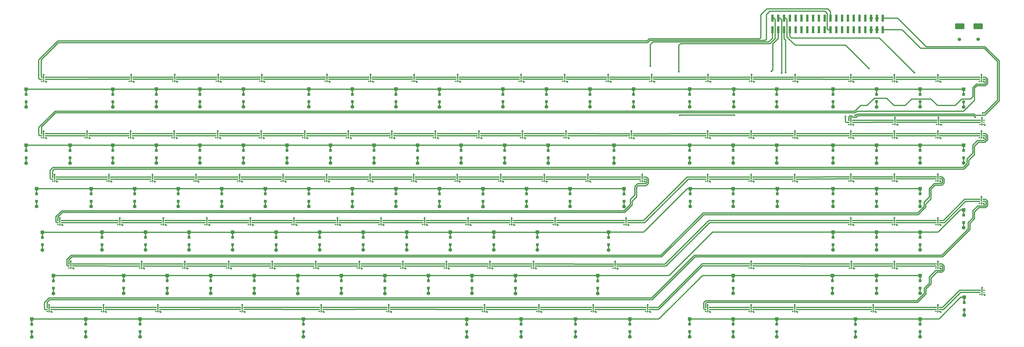
<source format=gtl>
G04 #@! TF.GenerationSoftware,KiCad,Pcbnew,(6.0.1)*
G04 #@! TF.CreationDate,2022-01-19T01:15:35+10:00*
G04 #@! TF.ProjectId,RedPyKeeb_mainboard,52656450-794b-4656-9562-5f6d61696e62,rev?*
G04 #@! TF.SameCoordinates,Original*
G04 #@! TF.FileFunction,Copper,L1,Top*
G04 #@! TF.FilePolarity,Positive*
%FSLAX46Y46*%
G04 Gerber Fmt 4.6, Leading zero omitted, Abs format (unit mm)*
G04 Created by KiCad (PCBNEW (6.0.1)) date 2022-01-19 01:15:35*
%MOMM*%
%LPD*%
G01*
G04 APERTURE LIST*
G04 Aperture macros list*
%AMRoundRect*
0 Rectangle with rounded corners*
0 $1 Rounding radius*
0 $2 $3 $4 $5 $6 $7 $8 $9 X,Y pos of 4 corners*
0 Add a 4 corners polygon primitive as box body*
4,1,4,$2,$3,$4,$5,$6,$7,$8,$9,$2,$3,0*
0 Add four circle primitives for the rounded corners*
1,1,$1+$1,$2,$3*
1,1,$1+$1,$4,$5*
1,1,$1+$1,$6,$7*
1,1,$1+$1,$8,$9*
0 Add four rect primitives between the rounded corners*
20,1,$1+$1,$2,$3,$4,$5,0*
20,1,$1+$1,$4,$5,$6,$7,0*
20,1,$1+$1,$6,$7,$8,$9,0*
20,1,$1+$1,$8,$9,$2,$3,0*%
G04 Aperture macros list end*
G04 #@! TA.AperFunction,SMDPad,CuDef*
%ADD10R,1.000000X3.150000*%
G04 #@! TD*
G04 #@! TA.AperFunction,SMDPad,CuDef*
%ADD11R,0.800000X0.500000*%
G04 #@! TD*
G04 #@! TA.AperFunction,SMDPad,CuDef*
%ADD12R,0.800000X0.300000*%
G04 #@! TD*
G04 #@! TA.AperFunction,SMDPad,CuDef*
%ADD13R,0.500000X1.000000*%
G04 #@! TD*
G04 #@! TA.AperFunction,SMDPad,CuDef*
%ADD14R,0.500000X2.180000*%
G04 #@! TD*
G04 #@! TA.AperFunction,ComponentPad*
%ADD15C,0.800000*%
G04 #@! TD*
G04 #@! TA.AperFunction,SMDPad,CuDef*
%ADD16R,0.500000X2.500000*%
G04 #@! TD*
G04 #@! TA.AperFunction,ComponentPad*
%ADD17C,1.600000*%
G04 #@! TD*
G04 #@! TA.AperFunction,ComponentPad*
%ADD18R,1.600000X1.600000*%
G04 #@! TD*
G04 #@! TA.AperFunction,SMDPad,CuDef*
%ADD19R,1.200000X1.200000*%
G04 #@! TD*
G04 #@! TA.AperFunction,SMDPad,CuDef*
%ADD20RoundRect,0.250000X-1.750000X-1.000000X1.750000X-1.000000X1.750000X1.000000X-1.750000X1.000000X0*%
G04 #@! TD*
G04 #@! TA.AperFunction,ViaPad*
%ADD21C,0.800000*%
G04 #@! TD*
G04 #@! TA.AperFunction,ViaPad*
%ADD22C,1.524000*%
G04 #@! TD*
G04 #@! TA.AperFunction,Conductor*
%ADD23C,0.508000*%
G04 #@! TD*
G04 #@! TA.AperFunction,Conductor*
%ADD24C,1.016000*%
G04 #@! TD*
G04 APERTURE END LIST*
D10*
X382371600Y-26845260D03*
X362051600Y-21795500D03*
X392531600Y-21795500D03*
X392531600Y-26845500D03*
X389991600Y-21795500D03*
X389991600Y-26845500D03*
X387451600Y-21795500D03*
X387451600Y-26845500D03*
X384911600Y-21795500D03*
X384911600Y-26845500D03*
X382371600Y-21795500D03*
X379831600Y-21795500D03*
X379831600Y-26845500D03*
X377291600Y-21795500D03*
X377291600Y-26845500D03*
X374751600Y-21795500D03*
X374751600Y-26845500D03*
X372211600Y-21795500D03*
X372211600Y-26845500D03*
X369671600Y-21795500D03*
X369671600Y-26845500D03*
X367131600Y-21795500D03*
X367131600Y-26845500D03*
X364591600Y-21795500D03*
X364591600Y-26845500D03*
X362051600Y-26845500D03*
X359511600Y-21795500D03*
X359511600Y-26845500D03*
X356971600Y-21795500D03*
X356971600Y-26845500D03*
X354431600Y-21795500D03*
X354431600Y-26845500D03*
X351891600Y-21795500D03*
X351891600Y-26845500D03*
X349351600Y-21795500D03*
X349351600Y-26845500D03*
X346811600Y-21795500D03*
X346811600Y-26845500D03*
X344271600Y-21795500D03*
X344271600Y-26845500D03*
D11*
X64540500Y-49477500D03*
D12*
X64540500Y-48577500D03*
D11*
X64540500Y-47677500D03*
D12*
X62840500Y-48577500D03*
D11*
X62840500Y-47677500D03*
X62840500Y-49477500D03*
D13*
X63690500Y-49407500D03*
D14*
X63690500Y-47587500D03*
D15*
X63690500Y-46545500D03*
X64833500Y-49720500D03*
D16*
X93789500Y-59481700D03*
X93789500Y-54081700D03*
D17*
X93789500Y-60681700D03*
D18*
X93789500Y-52881700D03*
D19*
X93789500Y-55206700D03*
X93789500Y-58356700D03*
D16*
X74739500Y-59481700D03*
X74739500Y-54081700D03*
D17*
X74739500Y-60681700D03*
D18*
X74739500Y-52881700D03*
D19*
X74739500Y-55206700D03*
X74739500Y-58356700D03*
X55689500Y-58407500D03*
X55689500Y-55257500D03*
D18*
X55689500Y-52932500D03*
D17*
X55689500Y-60732500D03*
D16*
X55689500Y-54132500D03*
X55689500Y-59532500D03*
D15*
X102933500Y-49720500D03*
X101790500Y-46545500D03*
D14*
X101790500Y-47587500D03*
D13*
X101790500Y-49407500D03*
D11*
X100940500Y-49477500D03*
X100940500Y-47677500D03*
D12*
X100940500Y-48577500D03*
D11*
X102640500Y-47677500D03*
D12*
X102640500Y-48577500D03*
D11*
X102640500Y-49477500D03*
D15*
X121983500Y-49720500D03*
X120840500Y-46545500D03*
D14*
X120840500Y-47587500D03*
D13*
X120840500Y-49407500D03*
D11*
X119990500Y-49477500D03*
X119990500Y-47677500D03*
D12*
X119990500Y-48577500D03*
D11*
X121690500Y-47677500D03*
D12*
X121690500Y-48577500D03*
D11*
X121690500Y-49477500D03*
D15*
X83883500Y-49720500D03*
X82740500Y-46545500D03*
D14*
X82740500Y-47587500D03*
D13*
X82740500Y-49407500D03*
D11*
X81890500Y-49477500D03*
X81890500Y-47677500D03*
D12*
X81890500Y-48577500D03*
D11*
X83590500Y-47677500D03*
D12*
X83590500Y-48577500D03*
D11*
X83590500Y-49477500D03*
D16*
X112839500Y-59481700D03*
X112839500Y-54081700D03*
D17*
X112839500Y-60681700D03*
D18*
X112839500Y-52881700D03*
D19*
X112839500Y-55206700D03*
X112839500Y-58356700D03*
D20*
X426288700Y-25361900D03*
X434288700Y-25361900D03*
D15*
X437165750Y-143160750D03*
X436022750Y-139985750D03*
D14*
X436022750Y-141027750D03*
D13*
X436022750Y-142847750D03*
D11*
X435172750Y-142917750D03*
X435172750Y-141117750D03*
D12*
X435172750Y-142017750D03*
D11*
X436872750Y-141117750D03*
D12*
X436872750Y-142017750D03*
D11*
X436872750Y-142917750D03*
D16*
X428212250Y-150762950D03*
X428212250Y-145362950D03*
D17*
X428212250Y-151962950D03*
D18*
X428212250Y-144162950D03*
D19*
X428212250Y-146487950D03*
X428212250Y-149637950D03*
D15*
X417861750Y-150653750D03*
X416718750Y-147478750D03*
D14*
X416718750Y-148520750D03*
D13*
X416718750Y-150340750D03*
D11*
X415868750Y-150410750D03*
X415868750Y-148610750D03*
D12*
X415868750Y-149510750D03*
D11*
X417568750Y-148610750D03*
D12*
X417568750Y-149510750D03*
D11*
X417568750Y-150410750D03*
D16*
X408908250Y-160287950D03*
X408908250Y-154887950D03*
D17*
X408908250Y-161487950D03*
D18*
X408908250Y-153687950D03*
D19*
X408908250Y-156012950D03*
X408908250Y-159162950D03*
D15*
X417861750Y-131603750D03*
X416718750Y-128428750D03*
D14*
X416718750Y-129470750D03*
D13*
X416718750Y-131290750D03*
D11*
X415868750Y-131360750D03*
X415868750Y-129560750D03*
D12*
X415868750Y-130460750D03*
D11*
X417568750Y-129560750D03*
D12*
X417568750Y-130460750D03*
D11*
X417568750Y-131360750D03*
D16*
X408908250Y-141237950D03*
X408908250Y-135837950D03*
D17*
X408908250Y-142437950D03*
D18*
X408908250Y-134637950D03*
D19*
X408908250Y-136962950D03*
X408908250Y-140112950D03*
D16*
X389858250Y-141237950D03*
X389858250Y-135837950D03*
D17*
X389858250Y-142437950D03*
D18*
X389858250Y-134637950D03*
D19*
X389858250Y-136962950D03*
X389858250Y-140112950D03*
D15*
X398811750Y-131603750D03*
X397668750Y-128428750D03*
D14*
X397668750Y-129470750D03*
D13*
X397668750Y-131290750D03*
D11*
X396818750Y-131360750D03*
X396818750Y-129560750D03*
D12*
X396818750Y-130460750D03*
D11*
X398518750Y-129560750D03*
D12*
X398518750Y-130460750D03*
D11*
X398518750Y-131360750D03*
D15*
X417861750Y-112553750D03*
X416718750Y-109378750D03*
D14*
X416718750Y-110420750D03*
D13*
X416718750Y-112240750D03*
D11*
X415868750Y-112310750D03*
X415868750Y-110510750D03*
D12*
X415868750Y-111410750D03*
D11*
X417568750Y-110510750D03*
D12*
X417568750Y-111410750D03*
D11*
X417568750Y-112310750D03*
D16*
X408908250Y-122187950D03*
X408908250Y-116787950D03*
D17*
X408908250Y-123387950D03*
D18*
X408908250Y-115587950D03*
D19*
X408908250Y-117912950D03*
X408908250Y-121062950D03*
D15*
X398811750Y-112553750D03*
X397668750Y-109378750D03*
D14*
X397668750Y-110420750D03*
D13*
X397668750Y-112240750D03*
D11*
X396818750Y-112310750D03*
X396818750Y-110510750D03*
D12*
X396818750Y-111410750D03*
D11*
X398518750Y-110510750D03*
D12*
X398518750Y-111410750D03*
D11*
X398518750Y-112310750D03*
D16*
X389858250Y-122187950D03*
X389858250Y-116787950D03*
D17*
X389858250Y-123387950D03*
D18*
X389858250Y-115587950D03*
D19*
X389858250Y-117912950D03*
X389858250Y-121062950D03*
D15*
X389540750Y-150653750D03*
X388397750Y-147478750D03*
D14*
X388397750Y-148520750D03*
D13*
X388397750Y-150340750D03*
D11*
X387547750Y-150410750D03*
X387547750Y-148610750D03*
D12*
X387547750Y-149510750D03*
D11*
X389247750Y-148610750D03*
D12*
X389247750Y-149510750D03*
D11*
X389247750Y-150410750D03*
D16*
X380587250Y-160338750D03*
X380587250Y-154938750D03*
D17*
X380587250Y-161538750D03*
D18*
X380587250Y-153738750D03*
D19*
X380587250Y-156063750D03*
X380587250Y-159213750D03*
D15*
X380015750Y-131603750D03*
X378872750Y-128428750D03*
D14*
X378872750Y-129470750D03*
D13*
X378872750Y-131290750D03*
D11*
X378022750Y-131360750D03*
X378022750Y-129560750D03*
D12*
X378022750Y-130460750D03*
D11*
X379722750Y-129560750D03*
D12*
X379722750Y-130460750D03*
D11*
X379722750Y-131360750D03*
D16*
X370554250Y-141237950D03*
X370554250Y-135837950D03*
D17*
X370554250Y-142437950D03*
D18*
X370554250Y-134637950D03*
D19*
X370554250Y-136962950D03*
X370554250Y-140112950D03*
D15*
X379761750Y-112553750D03*
X378618750Y-109378750D03*
D14*
X378618750Y-110420750D03*
D13*
X378618750Y-112240750D03*
D11*
X377768750Y-112310750D03*
X377768750Y-110510750D03*
D12*
X377768750Y-111410750D03*
D11*
X379468750Y-110510750D03*
D12*
X379468750Y-111410750D03*
D11*
X379468750Y-112310750D03*
D16*
X370808250Y-122187950D03*
X370808250Y-116787950D03*
D17*
X370808250Y-123387950D03*
D18*
X370808250Y-115587950D03*
D19*
X370808250Y-117912950D03*
X370808250Y-121062950D03*
D15*
X436911750Y-103282750D03*
X435768750Y-100107750D03*
D14*
X435768750Y-101149750D03*
D13*
X435768750Y-102969750D03*
D11*
X434918750Y-103039750D03*
X434918750Y-101239750D03*
D12*
X434918750Y-102139750D03*
D11*
X436618750Y-101239750D03*
D12*
X436618750Y-102139750D03*
D11*
X436618750Y-103039750D03*
D16*
X427958250Y-112459750D03*
X427958250Y-107059750D03*
D17*
X427958250Y-113659750D03*
D18*
X427958250Y-105859750D03*
D19*
X427958250Y-108184750D03*
X427958250Y-111334750D03*
D15*
X417861750Y-93402150D03*
X416718750Y-90227150D03*
D14*
X416718750Y-91269150D03*
D13*
X416718750Y-93089150D03*
D11*
X415868750Y-93159150D03*
X415868750Y-91359150D03*
D12*
X415868750Y-92259150D03*
D11*
X417568750Y-91359150D03*
D12*
X417568750Y-92259150D03*
D11*
X417568750Y-93159150D03*
D16*
X408908250Y-103137950D03*
X408908250Y-97737950D03*
D17*
X408908250Y-104337950D03*
D18*
X408908250Y-96537950D03*
D19*
X408908250Y-98862950D03*
X408908250Y-102012950D03*
D15*
X398811750Y-93402150D03*
X397668750Y-90227150D03*
D14*
X397668750Y-91269150D03*
D13*
X397668750Y-93089150D03*
D11*
X396818750Y-93159150D03*
X396818750Y-91359150D03*
D12*
X396818750Y-92259150D03*
D11*
X398518750Y-91359150D03*
D12*
X398518750Y-92259150D03*
D11*
X398518750Y-93159150D03*
D16*
X389858250Y-103137950D03*
X389858250Y-97737950D03*
D17*
X389858250Y-104337950D03*
D18*
X389858250Y-96537950D03*
D19*
X389858250Y-98862950D03*
X389858250Y-102012950D03*
D16*
X370808250Y-103137950D03*
X370808250Y-97737950D03*
D17*
X370808250Y-104337950D03*
D18*
X370808250Y-96537950D03*
D19*
X370808250Y-98862950D03*
X370808250Y-102012950D03*
D15*
X379761750Y-93402150D03*
X378618750Y-90227150D03*
D14*
X378618750Y-91269150D03*
D13*
X378618750Y-93089150D03*
D11*
X377768750Y-93159150D03*
X377768750Y-91359150D03*
D12*
X377768750Y-92259150D03*
D11*
X379468750Y-91359150D03*
D12*
X379468750Y-92259150D03*
D11*
X379468750Y-93159150D03*
D15*
X436911750Y-74453750D03*
X435768750Y-71278750D03*
D14*
X435768750Y-72320750D03*
D13*
X435768750Y-74140750D03*
D11*
X434918750Y-74210750D03*
X434918750Y-72410750D03*
D12*
X434918750Y-73310750D03*
D11*
X436618750Y-72410750D03*
D12*
X436618750Y-73310750D03*
D11*
X436618750Y-74210750D03*
D16*
X427958250Y-84087950D03*
X427958250Y-78687950D03*
D17*
X427958250Y-85287950D03*
D18*
X427958250Y-77487950D03*
D19*
X427958250Y-79812950D03*
X427958250Y-82962950D03*
D15*
X417861750Y-74466450D03*
X416718750Y-71291450D03*
D14*
X416718750Y-72333450D03*
D13*
X416718750Y-74153450D03*
D11*
X415868750Y-74223450D03*
X415868750Y-72423450D03*
D12*
X415868750Y-73323450D03*
D11*
X417568750Y-72423450D03*
D12*
X417568750Y-73323450D03*
D11*
X417568750Y-74223450D03*
D16*
X408908250Y-84087950D03*
X408908250Y-78687950D03*
D17*
X408908250Y-85287950D03*
D18*
X408908250Y-77487950D03*
D19*
X408908250Y-79812950D03*
X408908250Y-82962950D03*
D11*
X398518750Y-74210750D03*
D12*
X398518750Y-73310750D03*
D11*
X398518750Y-72410750D03*
D12*
X396818750Y-73310750D03*
D11*
X396818750Y-72410750D03*
X396818750Y-74210750D03*
D13*
X397668750Y-74140750D03*
D14*
X397668750Y-72320750D03*
D15*
X397668750Y-71278750D03*
X398811750Y-74453750D03*
D19*
X389858250Y-83013750D03*
X389858250Y-79863750D03*
D18*
X389858250Y-77538750D03*
D17*
X389858250Y-85338750D03*
D16*
X389858250Y-78738750D03*
X389858250Y-84138750D03*
X370808250Y-84087950D03*
X370808250Y-78687950D03*
D17*
X370808250Y-85287950D03*
D18*
X370808250Y-77487950D03*
D19*
X370808250Y-79812950D03*
X370808250Y-82962950D03*
D15*
X379761750Y-74453750D03*
X378618750Y-71278750D03*
D14*
X378618750Y-72320750D03*
D13*
X378618750Y-74140750D03*
D11*
X377768750Y-74210750D03*
X377768750Y-72410750D03*
D12*
X377768750Y-73310750D03*
D11*
X379468750Y-72410750D03*
D12*
X379468750Y-73310750D03*
D11*
X379468750Y-74210750D03*
D15*
X436911750Y-49733200D03*
X435768750Y-46558200D03*
D14*
X435768750Y-47600200D03*
D13*
X435768750Y-49420200D03*
D11*
X434918750Y-49490200D03*
X434918750Y-47690200D03*
D12*
X434918750Y-48590200D03*
D11*
X436618750Y-47690200D03*
D12*
X436618750Y-48590200D03*
D11*
X436618750Y-49490200D03*
D15*
X437165750Y-68643500D03*
X436022750Y-65468500D03*
D14*
X436022750Y-66510500D03*
D13*
X436022750Y-68330500D03*
D11*
X435172750Y-68400500D03*
X435172750Y-66600500D03*
D12*
X435172750Y-67500500D03*
D11*
X436872750Y-66600500D03*
D12*
X436872750Y-67500500D03*
D11*
X436872750Y-68400500D03*
D16*
X427958250Y-59532500D03*
X427958250Y-54132500D03*
D17*
X427958250Y-60732500D03*
D18*
X427958250Y-52932500D03*
D19*
X427958250Y-55257500D03*
X427958250Y-58407500D03*
D15*
X418115750Y-68592700D03*
X416972750Y-65417700D03*
D14*
X416972750Y-66459700D03*
D13*
X416972750Y-68279700D03*
D11*
X416122750Y-68349700D03*
X416122750Y-66549700D03*
D12*
X416122750Y-67449700D03*
D11*
X417822750Y-66549700D03*
D12*
X417822750Y-67449700D03*
D11*
X417822750Y-68349700D03*
D15*
X417849050Y-49733200D03*
X416706050Y-46558200D03*
D14*
X416706050Y-47600200D03*
D13*
X416706050Y-49420200D03*
D11*
X415856050Y-49490200D03*
X415856050Y-47690200D03*
D12*
X415856050Y-48590200D03*
D11*
X417556050Y-47690200D03*
D12*
X417556050Y-48590200D03*
D11*
X417556050Y-49490200D03*
D16*
X408908250Y-59481700D03*
X408908250Y-54081700D03*
D17*
X408908250Y-60681700D03*
D18*
X408908250Y-52881700D03*
D19*
X408908250Y-55206700D03*
X408908250Y-58356700D03*
D15*
X399065750Y-68605400D03*
X397922750Y-65430400D03*
D14*
X397922750Y-66472400D03*
D13*
X397922750Y-68292400D03*
D11*
X397072750Y-68362400D03*
X397072750Y-66562400D03*
D12*
X397072750Y-67462400D03*
D11*
X398772750Y-66562400D03*
D12*
X398772750Y-67462400D03*
D11*
X398772750Y-68362400D03*
D15*
X398799050Y-49745900D03*
X397656050Y-46570900D03*
D14*
X397656050Y-47612900D03*
D13*
X397656050Y-49432900D03*
D11*
X396806050Y-49502900D03*
X396806050Y-47702900D03*
D12*
X396806050Y-48602900D03*
D11*
X398506050Y-47702900D03*
D12*
X398506050Y-48602900D03*
D11*
X398506050Y-49502900D03*
D16*
X389858250Y-59494400D03*
X389858250Y-54094400D03*
D17*
X389858250Y-60694400D03*
D18*
X389858250Y-52894400D03*
D19*
X389858250Y-55219400D03*
X389858250Y-58369400D03*
D11*
X379456050Y-49490200D03*
D12*
X379456050Y-48590200D03*
D11*
X379456050Y-47690200D03*
D12*
X377756050Y-48590200D03*
D11*
X377756050Y-47690200D03*
X377756050Y-49490200D03*
D13*
X378606050Y-49420200D03*
D14*
X378606050Y-47600200D03*
D15*
X378606050Y-46558200D03*
X379749050Y-49733200D03*
D19*
X308102000Y-58356700D03*
X308102000Y-55206700D03*
D18*
X308102000Y-52881700D03*
D17*
X308102000Y-60681700D03*
D16*
X308102000Y-54081700D03*
X308102000Y-59481700D03*
D11*
X316953000Y-49477500D03*
D12*
X316953000Y-48577500D03*
D11*
X316953000Y-47677500D03*
D12*
X315253000Y-48577500D03*
D11*
X315253000Y-47677500D03*
X315253000Y-49477500D03*
D13*
X316103000Y-49407500D03*
D14*
X316103000Y-47587500D03*
D15*
X316103000Y-46545500D03*
X317246000Y-49720500D03*
D11*
X316762500Y-74210750D03*
D12*
X316762500Y-73310750D03*
D11*
X316762500Y-72410750D03*
D12*
X315062500Y-73310750D03*
D11*
X315062500Y-72410750D03*
X315062500Y-74210750D03*
D13*
X315912500Y-74140750D03*
D14*
X315912500Y-72320750D03*
D15*
X315912500Y-71278750D03*
X317055500Y-74453750D03*
D19*
X308102000Y-82962950D03*
X308102000Y-79812950D03*
D18*
X308102000Y-77487950D03*
D17*
X308102000Y-85287950D03*
D16*
X308102000Y-78687950D03*
X308102000Y-84087950D03*
D15*
X336105500Y-74453750D03*
X334962500Y-71278750D03*
D14*
X334962500Y-72320750D03*
D13*
X334962500Y-74140750D03*
D11*
X334112500Y-74210750D03*
X334112500Y-72410750D03*
D12*
X334112500Y-73310750D03*
D11*
X335812500Y-72410750D03*
D12*
X335812500Y-73310750D03*
D11*
X335812500Y-74210750D03*
X379405250Y-68400500D03*
D12*
X379405250Y-67500500D03*
D11*
X379405250Y-66600500D03*
D12*
X377705250Y-67500500D03*
D11*
X377705250Y-66600500D03*
X377705250Y-68400500D03*
D13*
X378555250Y-68330500D03*
D14*
X378555250Y-66510500D03*
D15*
X378555250Y-65468500D03*
X379698250Y-68643500D03*
D19*
X370808250Y-58356700D03*
X370808250Y-55206700D03*
D18*
X370808250Y-52881700D03*
D17*
X370808250Y-60681700D03*
D16*
X370808250Y-54081700D03*
X370808250Y-59481700D03*
D11*
X355053000Y-49477500D03*
D12*
X355053000Y-48577500D03*
D11*
X355053000Y-47677500D03*
D12*
X353353000Y-48577500D03*
D11*
X353353000Y-47677500D03*
X353353000Y-49477500D03*
D13*
X354203000Y-49407500D03*
D14*
X354203000Y-47587500D03*
D15*
X354203000Y-46545500D03*
X355346000Y-49720500D03*
D11*
X336003000Y-49477500D03*
D12*
X336003000Y-48577500D03*
D11*
X336003000Y-47677500D03*
D12*
X334303000Y-48577500D03*
D11*
X334303000Y-47677500D03*
X334303000Y-49477500D03*
D13*
X335153000Y-49407500D03*
D14*
X335153000Y-47587500D03*
D15*
X335153000Y-46545500D03*
X336296000Y-49720500D03*
D19*
X327406000Y-58356700D03*
X327406000Y-55206700D03*
D18*
X327406000Y-52881700D03*
D17*
X327406000Y-60681700D03*
D16*
X327406000Y-54081700D03*
X327406000Y-59481700D03*
D11*
X354862500Y-150410750D03*
D12*
X354862500Y-149510750D03*
D11*
X354862500Y-148610750D03*
D12*
X353162500Y-149510750D03*
D11*
X353162500Y-148610750D03*
X353162500Y-150410750D03*
D13*
X354012500Y-150340750D03*
D14*
X354012500Y-148520750D03*
D15*
X354012500Y-147478750D03*
X355155500Y-150653750D03*
D19*
X346202000Y-159162950D03*
X346202000Y-156012950D03*
D18*
X346202000Y-153687950D03*
D17*
X346202000Y-161487950D03*
D16*
X346202000Y-154887950D03*
X346202000Y-160287950D03*
D19*
X327152000Y-140112950D03*
X327152000Y-136962950D03*
D18*
X327152000Y-134637950D03*
D17*
X327152000Y-142437950D03*
D16*
X327152000Y-135837950D03*
X327152000Y-141237950D03*
D11*
X335812500Y-131309950D03*
D12*
X335812500Y-130409950D03*
D11*
X335812500Y-129509950D03*
D12*
X334112500Y-130409950D03*
D11*
X334112500Y-129509950D03*
X334112500Y-131309950D03*
D13*
X334962500Y-131239950D03*
D14*
X334962500Y-129419950D03*
D15*
X334962500Y-128377950D03*
X336105500Y-131552950D03*
D16*
X327152000Y-160287950D03*
X327152000Y-154887950D03*
D17*
X327152000Y-161487950D03*
D18*
X327152000Y-153687950D03*
D19*
X327152000Y-156012950D03*
X327152000Y-159162950D03*
D11*
X335812500Y-93260750D03*
D12*
X335812500Y-92360750D03*
D11*
X335812500Y-91460750D03*
D12*
X334112500Y-92360750D03*
D11*
X334112500Y-91460750D03*
X334112500Y-93260750D03*
D13*
X334962500Y-93190750D03*
D14*
X334962500Y-91370750D03*
D15*
X334962500Y-90328750D03*
X336105500Y-93503750D03*
D11*
X354940700Y-74236150D03*
D12*
X354940700Y-73336150D03*
D11*
X354940700Y-72436150D03*
D12*
X353240700Y-73336150D03*
D11*
X353240700Y-72436150D03*
X353240700Y-74236150D03*
D13*
X354090700Y-74166150D03*
D14*
X354090700Y-72346150D03*
D15*
X354090700Y-71304150D03*
X355233700Y-74479150D03*
D16*
X308356000Y-103137950D03*
X308356000Y-97737950D03*
D17*
X308356000Y-104337950D03*
D18*
X308356000Y-96537950D03*
D19*
X308356000Y-98862950D03*
X308356000Y-102012950D03*
D15*
X317055500Y-93503750D03*
X315912500Y-90328750D03*
D14*
X315912500Y-91370750D03*
D13*
X315912500Y-93190750D03*
D11*
X315062500Y-93260750D03*
X315062500Y-91460750D03*
D12*
X315062500Y-92360750D03*
D11*
X316762500Y-91460750D03*
D12*
X316762500Y-92360750D03*
D11*
X316762500Y-93260750D03*
D16*
X346456000Y-103137950D03*
X346456000Y-97737950D03*
D17*
X346456000Y-104337950D03*
D18*
X346456000Y-96537950D03*
D19*
X346456000Y-98862950D03*
X346456000Y-102012950D03*
X346202000Y-82962950D03*
X346202000Y-79812950D03*
D18*
X346202000Y-77487950D03*
D17*
X346202000Y-85287950D03*
D16*
X346202000Y-78687950D03*
X346202000Y-84087950D03*
D19*
X346202000Y-58356700D03*
X346202000Y-55206700D03*
D18*
X346202000Y-52881700D03*
D17*
X346202000Y-60681700D03*
D16*
X346202000Y-54081700D03*
X346202000Y-59481700D03*
D19*
X308102000Y-159162950D03*
X308102000Y-156012950D03*
D18*
X308102000Y-153687950D03*
D17*
X308102000Y-161487950D03*
D16*
X308102000Y-154887950D03*
X308102000Y-160287950D03*
D15*
X355155500Y-93503750D03*
X354012500Y-90328750D03*
D14*
X354012500Y-91370750D03*
D13*
X354012500Y-93190750D03*
D11*
X353162500Y-93260750D03*
X353162500Y-91460750D03*
D12*
X353162500Y-92360750D03*
D11*
X354862500Y-91460750D03*
D12*
X354862500Y-92360750D03*
D11*
X354862500Y-93260750D03*
D19*
X327152000Y-102012950D03*
X327152000Y-98862950D03*
D18*
X327152000Y-96537950D03*
D17*
X327152000Y-104337950D03*
D16*
X327152000Y-97737950D03*
X327152000Y-103137950D03*
D11*
X316762500Y-150410750D03*
D12*
X316762500Y-149510750D03*
D11*
X316762500Y-148610750D03*
D12*
X315062500Y-149510750D03*
D11*
X315062500Y-148610750D03*
X315062500Y-150410750D03*
D13*
X315912500Y-150340750D03*
D14*
X315912500Y-148520750D03*
D15*
X315912500Y-147478750D03*
X317055500Y-150653750D03*
X336105500Y-150653750D03*
X334962500Y-147478750D03*
D14*
X334962500Y-148520750D03*
D13*
X334962500Y-150340750D03*
D11*
X334112500Y-150410750D03*
X334112500Y-148610750D03*
D12*
X334112500Y-149510750D03*
D11*
X335812500Y-148610750D03*
D12*
X335812500Y-149510750D03*
D11*
X335812500Y-150410750D03*
D16*
X327152000Y-84087950D03*
X327152000Y-78687950D03*
D17*
X327152000Y-85287950D03*
D18*
X327152000Y-77487950D03*
D19*
X327152000Y-79812950D03*
X327152000Y-82962950D03*
D16*
X281908250Y-160287950D03*
X281908250Y-154887950D03*
D17*
X281908250Y-161487950D03*
D18*
X281908250Y-153687950D03*
D19*
X281908250Y-156012950D03*
X281908250Y-159162950D03*
D15*
X290861750Y-150653750D03*
X289718750Y-147478750D03*
D14*
X289718750Y-148520750D03*
D13*
X289718750Y-150340750D03*
D11*
X288868750Y-150410750D03*
X288868750Y-148610750D03*
D12*
X288868750Y-149510750D03*
D11*
X290568750Y-148610750D03*
D12*
X290568750Y-149510750D03*
D11*
X290568750Y-150410750D03*
D16*
X258095750Y-160287950D03*
X258095750Y-154887950D03*
D17*
X258095750Y-161487950D03*
D18*
X258095750Y-153687950D03*
D19*
X258095750Y-156012950D03*
X258095750Y-159162950D03*
D15*
X267049250Y-150653750D03*
X265906250Y-147478750D03*
D14*
X265906250Y-148520750D03*
D13*
X265906250Y-150340750D03*
D11*
X265056250Y-150410750D03*
X265056250Y-148610750D03*
D12*
X265056250Y-149510750D03*
D11*
X266756250Y-148610750D03*
D12*
X266756250Y-149510750D03*
D11*
X266756250Y-150410750D03*
D16*
X234283250Y-160287950D03*
X234283250Y-154887950D03*
D17*
X234283250Y-161487950D03*
D18*
X234283250Y-153687950D03*
D19*
X234283250Y-156012950D03*
X234283250Y-159162950D03*
D15*
X243236750Y-150653750D03*
X242093750Y-147478750D03*
D14*
X242093750Y-148520750D03*
D13*
X242093750Y-150340750D03*
D11*
X241243750Y-150410750D03*
X241243750Y-148610750D03*
D12*
X241243750Y-149510750D03*
D11*
X242943750Y-148610750D03*
D12*
X242943750Y-149510750D03*
D11*
X242943750Y-150410750D03*
D16*
X210496150Y-160351450D03*
X210496150Y-154951450D03*
D17*
X210496150Y-161551450D03*
D18*
X210496150Y-153751450D03*
D19*
X210496150Y-156076450D03*
X210496150Y-159226450D03*
D15*
X219449650Y-150653750D03*
X218306650Y-147478750D03*
D14*
X218306650Y-148520750D03*
D13*
X218306650Y-150340750D03*
D11*
X217456650Y-150410750D03*
X217456650Y-148610750D03*
D12*
X217456650Y-149510750D03*
D11*
X219156650Y-148610750D03*
D12*
X219156650Y-149510750D03*
D11*
X219156650Y-150410750D03*
D15*
X147986750Y-150653750D03*
X146843750Y-147478750D03*
D14*
X146843750Y-148520750D03*
D13*
X146843750Y-150340750D03*
D11*
X145993750Y-150410750D03*
X145993750Y-148610750D03*
D12*
X145993750Y-149510750D03*
D11*
X147693750Y-148610750D03*
D12*
X147693750Y-149510750D03*
D11*
X147693750Y-150410750D03*
D15*
X113417350Y-150641050D03*
X112274350Y-147466050D03*
D14*
X112274350Y-148508050D03*
D13*
X112274350Y-150328050D03*
D11*
X111424350Y-150398050D03*
X111424350Y-148598050D03*
D12*
X111424350Y-149498050D03*
D11*
X113124350Y-148598050D03*
D12*
X113124350Y-149498050D03*
D11*
X113124350Y-150398050D03*
D16*
X139033250Y-160287950D03*
X139033250Y-154887950D03*
D17*
X139033250Y-161487950D03*
D18*
X139033250Y-153687950D03*
D19*
X139033250Y-156012950D03*
X139033250Y-159162950D03*
D15*
X177514250Y-150628350D03*
X176371250Y-147453350D03*
D14*
X176371250Y-148495350D03*
D13*
X176371250Y-150315350D03*
D11*
X175521250Y-150385350D03*
X175521250Y-148585350D03*
D12*
X175521250Y-149485350D03*
D11*
X177221250Y-148585350D03*
D12*
X177221250Y-149485350D03*
D11*
X177221250Y-150385350D03*
D15*
X76549250Y-150653750D03*
X75406250Y-147478750D03*
D14*
X75406250Y-148520750D03*
D13*
X75406250Y-150340750D03*
D11*
X74556250Y-150410750D03*
X74556250Y-148610750D03*
D12*
X74556250Y-149510750D03*
D11*
X76256250Y-148610750D03*
D12*
X76256250Y-149510750D03*
D11*
X76256250Y-150410750D03*
D16*
X67595750Y-160287950D03*
X67595750Y-154887950D03*
D17*
X67595750Y-161487950D03*
D18*
X67595750Y-153687950D03*
D19*
X67595750Y-156012950D03*
X67595750Y-159162950D03*
D15*
X52736750Y-150653750D03*
X51593750Y-147478750D03*
D14*
X51593750Y-148520750D03*
D13*
X51593750Y-150340750D03*
D11*
X50743750Y-150410750D03*
X50743750Y-148610750D03*
D12*
X50743750Y-149510750D03*
D11*
X52443750Y-148610750D03*
D12*
X52443750Y-149510750D03*
D11*
X52443750Y-150410750D03*
D16*
X43783250Y-160287950D03*
X43783250Y-154887950D03*
D17*
X43783250Y-161487950D03*
D18*
X43783250Y-153687950D03*
D19*
X43783250Y-156012950D03*
X43783250Y-159162950D03*
D16*
X267811250Y-141288750D03*
X267811250Y-135888750D03*
D17*
X267811250Y-142488750D03*
D18*
X267811250Y-134688750D03*
D19*
X267811250Y-137013750D03*
X267811250Y-140163750D03*
D15*
X276574250Y-131654550D03*
X275431250Y-128479550D03*
D14*
X275431250Y-129521550D03*
D13*
X275431250Y-131341550D03*
D11*
X274581250Y-131411550D03*
X274581250Y-129611550D03*
D12*
X274581250Y-130511550D03*
D11*
X276281250Y-129611550D03*
D12*
X276281250Y-130511550D03*
D11*
X276281250Y-131411550D03*
D16*
X231902000Y-141288750D03*
X231902000Y-135888750D03*
D17*
X231902000Y-142488750D03*
D18*
X231902000Y-134688750D03*
D19*
X231902000Y-137013750D03*
X231902000Y-140163750D03*
D15*
X240855500Y-131603750D03*
X239712500Y-128428750D03*
D14*
X239712500Y-129470750D03*
D13*
X239712500Y-131290750D03*
D11*
X238862500Y-131360750D03*
X238862500Y-129560750D03*
D12*
X238862500Y-130460750D03*
D11*
X240562500Y-129560750D03*
D12*
X240562500Y-130460750D03*
D11*
X240562500Y-131360750D03*
D16*
X212852000Y-141237950D03*
X212852000Y-135837950D03*
D17*
X212852000Y-142437950D03*
D18*
X212852000Y-134637950D03*
D19*
X212852000Y-136962950D03*
X212852000Y-140112950D03*
D15*
X221805500Y-131603750D03*
X220662500Y-128428750D03*
D14*
X220662500Y-129470750D03*
D13*
X220662500Y-131290750D03*
D11*
X219812500Y-131360750D03*
X219812500Y-129560750D03*
D12*
X219812500Y-130460750D03*
D11*
X221512500Y-129560750D03*
D12*
X221512500Y-130460750D03*
D11*
X221512500Y-131360750D03*
D16*
X193802000Y-141237950D03*
X193802000Y-135837950D03*
D17*
X193802000Y-142437950D03*
D18*
X193802000Y-134637950D03*
D19*
X193802000Y-136962950D03*
X193802000Y-140112950D03*
D15*
X202755500Y-131603750D03*
X201612500Y-128428750D03*
D14*
X201612500Y-129470750D03*
D13*
X201612500Y-131290750D03*
D11*
X200762500Y-131360750D03*
X200762500Y-129560750D03*
D12*
X200762500Y-130460750D03*
D11*
X202462500Y-129560750D03*
D12*
X202462500Y-130460750D03*
D11*
X202462500Y-131360750D03*
D16*
X174752000Y-141288750D03*
X174752000Y-135888750D03*
D17*
X174752000Y-142488750D03*
D18*
X174752000Y-134688750D03*
D19*
X174752000Y-137013750D03*
X174752000Y-140163750D03*
D15*
X183705500Y-131603750D03*
X182562500Y-128428750D03*
D14*
X182562500Y-129470750D03*
D13*
X182562500Y-131290750D03*
D11*
X181712500Y-131360750D03*
X181712500Y-129560750D03*
D12*
X181712500Y-130460750D03*
D11*
X183412500Y-129560750D03*
D12*
X183412500Y-130460750D03*
D11*
X183412500Y-131360750D03*
D16*
X155702000Y-141237950D03*
X155702000Y-135837950D03*
D17*
X155702000Y-142437950D03*
D18*
X155702000Y-134637950D03*
D19*
X155702000Y-136962950D03*
X155702000Y-140112950D03*
D15*
X164655500Y-131603750D03*
X163512500Y-128428750D03*
D14*
X163512500Y-129470750D03*
D13*
X163512500Y-131290750D03*
D11*
X162662500Y-131360750D03*
X162662500Y-129560750D03*
D12*
X162662500Y-130460750D03*
D11*
X164362500Y-129560750D03*
D12*
X164362500Y-130460750D03*
D11*
X164362500Y-131360750D03*
D16*
X136652000Y-141288750D03*
X136652000Y-135888750D03*
D17*
X136652000Y-142488750D03*
D18*
X136652000Y-134688750D03*
D19*
X136652000Y-137013750D03*
X136652000Y-140163750D03*
D15*
X145605500Y-131603750D03*
X144462500Y-128428750D03*
D14*
X144462500Y-129470750D03*
D13*
X144462500Y-131290750D03*
D11*
X143612500Y-131360750D03*
X143612500Y-129560750D03*
D12*
X143612500Y-130460750D03*
D11*
X145312500Y-129560750D03*
D12*
X145312500Y-130460750D03*
D11*
X145312500Y-131360750D03*
D16*
X117602000Y-141237950D03*
X117602000Y-135837950D03*
D17*
X117602000Y-142437950D03*
D18*
X117602000Y-134637950D03*
D19*
X117602000Y-136962950D03*
X117602000Y-140112950D03*
D15*
X126555500Y-131603750D03*
X125412500Y-128428750D03*
D14*
X125412500Y-129470750D03*
D13*
X125412500Y-131290750D03*
D11*
X124562500Y-131360750D03*
X124562500Y-129560750D03*
D12*
X124562500Y-130460750D03*
D11*
X126262500Y-129560750D03*
D12*
X126262500Y-130460750D03*
D11*
X126262500Y-131360750D03*
D15*
X107505500Y-131603750D03*
X106362500Y-128428750D03*
D14*
X106362500Y-129470750D03*
D13*
X106362500Y-131290750D03*
D11*
X105512500Y-131360750D03*
X105512500Y-129560750D03*
D12*
X105512500Y-130460750D03*
D11*
X107212500Y-129560750D03*
D12*
X107212500Y-130460750D03*
D11*
X107212500Y-131360750D03*
D16*
X98552000Y-141237950D03*
X98552000Y-135837950D03*
D17*
X98552000Y-142437950D03*
D18*
X98552000Y-134637950D03*
D19*
X98552000Y-136962950D03*
X98552000Y-140112950D03*
D15*
X88315500Y-131603750D03*
X87172500Y-128428750D03*
D14*
X87172500Y-129470750D03*
D13*
X87172500Y-131290750D03*
D11*
X86322500Y-131360750D03*
X86322500Y-129560750D03*
D12*
X86322500Y-130460750D03*
D11*
X88022500Y-129560750D03*
D12*
X88022500Y-130460750D03*
D11*
X88022500Y-131360750D03*
D16*
X79502000Y-141237950D03*
X79502000Y-135837950D03*
D17*
X79502000Y-142437950D03*
D18*
X79502000Y-134637950D03*
D19*
X79502000Y-136962950D03*
X79502000Y-140112950D03*
D15*
X69405500Y-131603750D03*
X68262500Y-128428750D03*
D14*
X68262500Y-129470750D03*
D13*
X68262500Y-131290750D03*
D11*
X67412500Y-131360750D03*
X67412500Y-129560750D03*
D12*
X67412500Y-130460750D03*
D11*
X69112500Y-129560750D03*
D12*
X69112500Y-130460750D03*
D11*
X69112500Y-131360750D03*
D16*
X60452000Y-141237950D03*
X60452000Y-135837950D03*
D17*
X60452000Y-142437950D03*
D18*
X60452000Y-134637950D03*
D19*
X60452000Y-136962950D03*
X60452000Y-140112950D03*
D16*
X272573750Y-122238750D03*
X272573750Y-116838750D03*
D17*
X272573750Y-123438750D03*
D18*
X272573750Y-115638750D03*
D19*
X272573750Y-117963750D03*
X272573750Y-121113750D03*
D15*
X281311350Y-112566450D03*
X280168350Y-109391450D03*
D14*
X280168350Y-110433450D03*
D13*
X280168350Y-112253450D03*
D11*
X279318350Y-112323450D03*
X279318350Y-110523450D03*
D12*
X279318350Y-111423450D03*
D11*
X281018350Y-110523450D03*
D12*
X281018350Y-111423450D03*
D11*
X281018350Y-112323450D03*
D16*
X241427000Y-122187950D03*
X241427000Y-116787950D03*
D17*
X241427000Y-123387950D03*
D18*
X241427000Y-115587950D03*
D19*
X241427000Y-117912950D03*
X241427000Y-121062950D03*
D15*
X250380500Y-112553750D03*
X249237500Y-109378750D03*
D14*
X249237500Y-110420750D03*
D13*
X249237500Y-112240750D03*
D11*
X248387500Y-112310750D03*
X248387500Y-110510750D03*
D12*
X248387500Y-111410750D03*
D11*
X250087500Y-110510750D03*
D12*
X250087500Y-111410750D03*
D11*
X250087500Y-112310750D03*
D16*
X222377000Y-122187950D03*
X222377000Y-116787950D03*
D17*
X222377000Y-123387950D03*
D18*
X222377000Y-115587950D03*
D19*
X222377000Y-117912950D03*
X222377000Y-121062950D03*
D15*
X231330500Y-112553750D03*
X230187500Y-109378750D03*
D14*
X230187500Y-110420750D03*
D13*
X230187500Y-112240750D03*
D11*
X229337500Y-112310750D03*
X229337500Y-110510750D03*
D12*
X229337500Y-111410750D03*
D11*
X231037500Y-110510750D03*
D12*
X231037500Y-111410750D03*
D11*
X231037500Y-112310750D03*
D16*
X203327000Y-122187950D03*
X203327000Y-116787950D03*
D17*
X203327000Y-123387950D03*
D18*
X203327000Y-115587950D03*
D19*
X203327000Y-117912950D03*
X203327000Y-121062950D03*
D15*
X212280500Y-112553750D03*
X211137500Y-109378750D03*
D14*
X211137500Y-110420750D03*
D13*
X211137500Y-112240750D03*
D11*
X210287500Y-112310750D03*
X210287500Y-110510750D03*
D12*
X210287500Y-111410750D03*
D11*
X211987500Y-110510750D03*
D12*
X211987500Y-111410750D03*
D11*
X211987500Y-112310750D03*
D16*
X184277000Y-122187950D03*
X184277000Y-116787950D03*
D17*
X184277000Y-123387950D03*
D18*
X184277000Y-115587950D03*
D19*
X184277000Y-117912950D03*
X184277000Y-121062950D03*
D15*
X193230500Y-112553750D03*
X192087500Y-109378750D03*
D14*
X192087500Y-110420750D03*
D13*
X192087500Y-112240750D03*
D11*
X191237500Y-112310750D03*
X191237500Y-110510750D03*
D12*
X191237500Y-111410750D03*
D11*
X192937500Y-110510750D03*
D12*
X192937500Y-111410750D03*
D11*
X192937500Y-112310750D03*
D16*
X165227000Y-122187950D03*
X165227000Y-116787950D03*
D17*
X165227000Y-123387950D03*
D18*
X165227000Y-115587950D03*
D19*
X165227000Y-117912950D03*
X165227000Y-121062950D03*
D15*
X174180500Y-112553750D03*
X173037500Y-109378750D03*
D14*
X173037500Y-110420750D03*
D13*
X173037500Y-112240750D03*
D11*
X172187500Y-112310750D03*
X172187500Y-110510750D03*
D12*
X172187500Y-111410750D03*
D11*
X173887500Y-110510750D03*
D12*
X173887500Y-111410750D03*
D11*
X173887500Y-112310750D03*
D16*
X146177000Y-122187950D03*
X146177000Y-116787950D03*
D17*
X146177000Y-123387950D03*
D18*
X146177000Y-115587950D03*
D19*
X146177000Y-117912950D03*
X146177000Y-121062950D03*
D15*
X155130500Y-112553750D03*
X153987500Y-109378750D03*
D14*
X153987500Y-110420750D03*
D13*
X153987500Y-112240750D03*
D11*
X153137500Y-112310750D03*
X153137500Y-110510750D03*
D12*
X153137500Y-111410750D03*
D11*
X154837500Y-110510750D03*
D12*
X154837500Y-111410750D03*
D11*
X154837500Y-112310750D03*
D16*
X127127000Y-122238750D03*
X127127000Y-116838750D03*
D17*
X127127000Y-123438750D03*
D18*
X127127000Y-115638750D03*
D19*
X127127000Y-117963750D03*
X127127000Y-121113750D03*
D15*
X136080500Y-112553750D03*
X134937500Y-109378750D03*
D14*
X134937500Y-110420750D03*
D13*
X134937500Y-112240750D03*
D11*
X134087500Y-112310750D03*
X134087500Y-110510750D03*
D12*
X134087500Y-111410750D03*
D11*
X135787500Y-110510750D03*
D12*
X135787500Y-111410750D03*
D11*
X135787500Y-112310750D03*
D16*
X108077000Y-122187950D03*
X108077000Y-116787950D03*
D17*
X108077000Y-123387950D03*
D18*
X108077000Y-115587950D03*
D19*
X108077000Y-117912950D03*
X108077000Y-121062950D03*
D15*
X117030500Y-112553750D03*
X115887500Y-109378750D03*
D14*
X115887500Y-110420750D03*
D13*
X115887500Y-112240750D03*
D11*
X115037500Y-112310750D03*
X115037500Y-110510750D03*
D12*
X115037500Y-111410750D03*
D11*
X116737500Y-110510750D03*
D12*
X116737500Y-111410750D03*
D11*
X116737500Y-112310750D03*
D15*
X97980500Y-112553750D03*
X96837500Y-109378750D03*
D14*
X96837500Y-110420750D03*
D13*
X96837500Y-112240750D03*
D11*
X95987500Y-112310750D03*
X95987500Y-110510750D03*
D12*
X95987500Y-111410750D03*
D11*
X97687500Y-110510750D03*
D12*
X97687500Y-111410750D03*
D11*
X97687500Y-112310750D03*
D16*
X89027000Y-122187950D03*
X89027000Y-116787950D03*
D17*
X89027000Y-123387950D03*
D18*
X89027000Y-115587950D03*
D19*
X89027000Y-117912950D03*
X89027000Y-121062950D03*
D15*
X78930500Y-112553750D03*
X77787500Y-109378750D03*
D14*
X77787500Y-110420750D03*
D13*
X77787500Y-112240750D03*
D11*
X76937500Y-112310750D03*
X76937500Y-110510750D03*
D12*
X76937500Y-111410750D03*
D11*
X78637500Y-110510750D03*
D12*
X78637500Y-111410750D03*
D11*
X78637500Y-112310750D03*
D16*
X69977000Y-122187950D03*
X69977000Y-116787950D03*
D17*
X69977000Y-123387950D03*
D18*
X69977000Y-115587950D03*
D19*
X69977000Y-117912950D03*
X69977000Y-121062950D03*
D15*
X59880500Y-112553750D03*
X58737500Y-109378750D03*
D14*
X58737500Y-110420750D03*
D13*
X58737500Y-112240750D03*
D11*
X57887500Y-112310750D03*
X57887500Y-110510750D03*
D12*
X57887500Y-111410750D03*
D11*
X59587500Y-110510750D03*
D12*
X59587500Y-111410750D03*
D11*
X59587500Y-112310750D03*
D16*
X50927000Y-122187950D03*
X50927000Y-116787950D03*
D17*
X50927000Y-123387950D03*
D18*
X50927000Y-115587950D03*
D19*
X50927000Y-117912950D03*
X50927000Y-121062950D03*
D16*
X279400000Y-103188750D03*
X279400000Y-97788750D03*
D17*
X279400000Y-104388750D03*
D18*
X279400000Y-96588750D03*
D19*
X279400000Y-98913750D03*
X279400000Y-102063750D03*
D15*
X288467800Y-93516450D03*
X287324800Y-90341450D03*
D14*
X287324800Y-91383450D03*
D13*
X287324800Y-93203450D03*
D11*
X286474800Y-93273450D03*
X286474800Y-91473450D03*
D12*
X286474800Y-92373450D03*
D11*
X288174800Y-91473450D03*
D12*
X288174800Y-92373450D03*
D11*
X288174800Y-93273450D03*
D16*
X255714500Y-103137950D03*
X255714500Y-97737950D03*
D17*
X255714500Y-104337950D03*
D18*
X255714500Y-96537950D03*
D19*
X255714500Y-98862950D03*
X255714500Y-102012950D03*
D15*
X264668000Y-93503750D03*
X263525000Y-90328750D03*
D14*
X263525000Y-91370750D03*
D13*
X263525000Y-93190750D03*
D11*
X262675000Y-93260750D03*
X262675000Y-91460750D03*
D12*
X262675000Y-92360750D03*
D11*
X264375000Y-91460750D03*
D12*
X264375000Y-92360750D03*
D11*
X264375000Y-93260750D03*
D16*
X236664500Y-103137950D03*
X236664500Y-97737950D03*
D17*
X236664500Y-104337950D03*
D18*
X236664500Y-96537950D03*
D19*
X236664500Y-98862950D03*
X236664500Y-102012950D03*
D15*
X245618000Y-93503750D03*
X244475000Y-90328750D03*
D14*
X244475000Y-91370750D03*
D13*
X244475000Y-93190750D03*
D11*
X243625000Y-93260750D03*
X243625000Y-91460750D03*
D12*
X243625000Y-92360750D03*
D11*
X245325000Y-91460750D03*
D12*
X245325000Y-92360750D03*
D11*
X245325000Y-93260750D03*
D16*
X217614500Y-103188750D03*
X217614500Y-97788750D03*
D17*
X217614500Y-104388750D03*
D18*
X217614500Y-96588750D03*
D19*
X217614500Y-98913750D03*
X217614500Y-102063750D03*
D15*
X226568000Y-93503750D03*
X225425000Y-90328750D03*
D14*
X225425000Y-91370750D03*
D13*
X225425000Y-93190750D03*
D11*
X224575000Y-93260750D03*
X224575000Y-91460750D03*
D12*
X224575000Y-92360750D03*
D11*
X226275000Y-91460750D03*
D12*
X226275000Y-92360750D03*
D11*
X226275000Y-93260750D03*
D16*
X198564500Y-103137950D03*
X198564500Y-97737950D03*
D17*
X198564500Y-104337950D03*
D18*
X198564500Y-96537950D03*
D19*
X198564500Y-98862950D03*
X198564500Y-102012950D03*
D15*
X207518000Y-93503750D03*
X206375000Y-90328750D03*
D14*
X206375000Y-91370750D03*
D13*
X206375000Y-93190750D03*
D11*
X205525000Y-93260750D03*
X205525000Y-91460750D03*
D12*
X205525000Y-92360750D03*
D11*
X207225000Y-91460750D03*
D12*
X207225000Y-92360750D03*
D11*
X207225000Y-93260750D03*
D16*
X179514500Y-103137950D03*
X179514500Y-97737950D03*
D17*
X179514500Y-104337950D03*
D18*
X179514500Y-96537950D03*
D19*
X179514500Y-98862950D03*
X179514500Y-102012950D03*
D15*
X188468000Y-93503750D03*
X187325000Y-90328750D03*
D14*
X187325000Y-91370750D03*
D13*
X187325000Y-93190750D03*
D11*
X186475000Y-93260750D03*
X186475000Y-91460750D03*
D12*
X186475000Y-92360750D03*
D11*
X188175000Y-91460750D03*
D12*
X188175000Y-92360750D03*
D11*
X188175000Y-93260750D03*
D16*
X160464500Y-103188750D03*
X160464500Y-97788750D03*
D17*
X160464500Y-104388750D03*
D18*
X160464500Y-96588750D03*
D19*
X160464500Y-98913750D03*
X160464500Y-102063750D03*
D15*
X169418000Y-93503750D03*
X168275000Y-90328750D03*
D14*
X168275000Y-91370750D03*
D13*
X168275000Y-93190750D03*
D11*
X167425000Y-93260750D03*
X167425000Y-91460750D03*
D12*
X167425000Y-92360750D03*
D11*
X169125000Y-91460750D03*
D12*
X169125000Y-92360750D03*
D11*
X169125000Y-93260750D03*
D16*
X141414500Y-103137950D03*
X141414500Y-97737950D03*
D17*
X141414500Y-104337950D03*
D18*
X141414500Y-96537950D03*
D19*
X141414500Y-98862950D03*
X141414500Y-102012950D03*
D15*
X150368000Y-93503750D03*
X149225000Y-90328750D03*
D14*
X149225000Y-91370750D03*
D13*
X149225000Y-93190750D03*
D11*
X148375000Y-93260750D03*
X148375000Y-91460750D03*
D12*
X148375000Y-92360750D03*
D11*
X150075000Y-91460750D03*
D12*
X150075000Y-92360750D03*
D11*
X150075000Y-93260750D03*
D16*
X122364500Y-103137950D03*
X122364500Y-97737950D03*
D17*
X122364500Y-104337950D03*
D18*
X122364500Y-96537950D03*
D19*
X122364500Y-98862950D03*
X122364500Y-102012950D03*
D15*
X131318000Y-93503750D03*
X130175000Y-90328750D03*
D14*
X130175000Y-91370750D03*
D13*
X130175000Y-93190750D03*
D11*
X129325000Y-93260750D03*
X129325000Y-91460750D03*
D12*
X129325000Y-92360750D03*
D11*
X131025000Y-91460750D03*
D12*
X131025000Y-92360750D03*
D11*
X131025000Y-93260750D03*
D16*
X103314500Y-103137950D03*
X103314500Y-97737950D03*
D17*
X103314500Y-104337950D03*
D18*
X103314500Y-96537950D03*
D19*
X103314500Y-98862950D03*
X103314500Y-102012950D03*
D15*
X112268000Y-93503750D03*
X111125000Y-90328750D03*
D14*
X111125000Y-91370750D03*
D13*
X111125000Y-93190750D03*
D11*
X110275000Y-93260750D03*
X110275000Y-91460750D03*
D12*
X110275000Y-92360750D03*
D11*
X111975000Y-91460750D03*
D12*
X111975000Y-92360750D03*
D11*
X111975000Y-93260750D03*
D15*
X93218000Y-93503750D03*
X92075000Y-90328750D03*
D14*
X92075000Y-91370750D03*
D13*
X92075000Y-93190750D03*
D11*
X91225000Y-93260750D03*
X91225000Y-91460750D03*
D12*
X91225000Y-92360750D03*
D11*
X92925000Y-91460750D03*
D12*
X92925000Y-92360750D03*
D11*
X92925000Y-93260750D03*
D16*
X84264500Y-103137950D03*
X84264500Y-97737950D03*
D17*
X84264500Y-104337950D03*
D18*
X84264500Y-96537950D03*
D19*
X84264500Y-98862950D03*
X84264500Y-102012950D03*
D15*
X74168000Y-93503750D03*
X73025000Y-90328750D03*
D14*
X73025000Y-91370750D03*
D13*
X73025000Y-93190750D03*
D11*
X72175000Y-93260750D03*
X72175000Y-91460750D03*
D12*
X72175000Y-92360750D03*
D11*
X73875000Y-91460750D03*
D12*
X73875000Y-92360750D03*
D11*
X73875000Y-93260750D03*
D16*
X65214500Y-103137950D03*
X65214500Y-97737950D03*
D17*
X65214500Y-104337950D03*
D18*
X65214500Y-96537950D03*
D19*
X65214500Y-98862950D03*
X65214500Y-102012950D03*
D15*
X55118000Y-93503750D03*
X53975000Y-90328750D03*
D14*
X53975000Y-91370750D03*
D13*
X53975000Y-93190750D03*
D11*
X53125000Y-93260750D03*
X53125000Y-91460750D03*
D12*
X53125000Y-92360750D03*
D11*
X54825000Y-91460750D03*
D12*
X54825000Y-92360750D03*
D11*
X54825000Y-93260750D03*
D16*
X46164500Y-103137950D03*
X46164500Y-97737950D03*
D17*
X46164500Y-104337950D03*
D18*
X46164500Y-96537950D03*
D19*
X46164500Y-98862950D03*
X46164500Y-102012950D03*
D16*
X20161250Y-160338750D03*
X20161250Y-154938750D03*
D17*
X20161250Y-161538750D03*
D18*
X20161250Y-153738750D03*
D19*
X20161250Y-156063750D03*
X20161250Y-159213750D03*
D15*
X28924250Y-150653750D03*
X27781250Y-147478750D03*
D14*
X27781250Y-148520750D03*
D13*
X27781250Y-150340750D03*
D11*
X26931250Y-150410750D03*
X26931250Y-148610750D03*
D12*
X26931250Y-149510750D03*
D11*
X28631250Y-148610750D03*
D12*
X28631250Y-149510750D03*
D11*
X28631250Y-150410750D03*
D16*
X29686250Y-141288750D03*
X29686250Y-135888750D03*
D17*
X29686250Y-142488750D03*
D18*
X29686250Y-134688750D03*
D19*
X29686250Y-137013750D03*
X29686250Y-140163750D03*
D15*
X38449250Y-131591050D03*
X37306250Y-128416050D03*
D14*
X37306250Y-129458050D03*
D13*
X37306250Y-131278050D03*
D11*
X36456250Y-131348050D03*
X36456250Y-129548050D03*
D12*
X36456250Y-130448050D03*
D11*
X38156250Y-129548050D03*
D12*
X38156250Y-130448050D03*
D11*
X38156250Y-131348050D03*
D16*
X24885650Y-122264150D03*
X24885650Y-116864150D03*
D17*
X24885650Y-123464150D03*
D18*
X24885650Y-115664150D03*
D19*
X24885650Y-117989150D03*
X24885650Y-121139150D03*
D15*
X33648650Y-112579150D03*
X32505650Y-109404150D03*
D14*
X32505650Y-110446150D03*
D13*
X32505650Y-112266150D03*
D11*
X31655650Y-112336150D03*
X31655650Y-110536150D03*
D12*
X31655650Y-111436150D03*
D11*
X33355650Y-110536150D03*
D12*
X33355650Y-111436150D03*
D11*
X33355650Y-112336150D03*
D15*
X292639750Y-49720500D03*
X291496750Y-46545500D03*
D14*
X291496750Y-47587500D03*
D13*
X291496750Y-49407500D03*
D11*
X290646750Y-49477500D03*
X290646750Y-47677500D03*
D12*
X290646750Y-48577500D03*
D11*
X292346750Y-47677500D03*
D12*
X292346750Y-48577500D03*
D11*
X292346750Y-49477500D03*
D16*
X245395750Y-59481700D03*
X245395750Y-54081700D03*
D17*
X245395750Y-60681700D03*
D18*
X245395750Y-52881700D03*
D19*
X245395750Y-55206700D03*
X245395750Y-58356700D03*
D16*
X226345750Y-59481700D03*
X226345750Y-54081700D03*
D17*
X226345750Y-60681700D03*
D18*
X226345750Y-52881700D03*
D19*
X226345750Y-55206700D03*
X226345750Y-58356700D03*
D15*
X235489750Y-49720500D03*
X234346750Y-46545500D03*
D14*
X234346750Y-47587500D03*
D13*
X234346750Y-49407500D03*
D11*
X233496750Y-49477500D03*
X233496750Y-47677500D03*
D12*
X233496750Y-48577500D03*
D11*
X235196750Y-47677500D03*
D12*
X235196750Y-48577500D03*
D11*
X235196750Y-49477500D03*
D16*
X264445750Y-59481700D03*
X264445750Y-54081700D03*
D17*
X264445750Y-60681700D03*
D18*
X264445750Y-52881700D03*
D19*
X264445750Y-55206700D03*
X264445750Y-58356700D03*
D15*
X273589750Y-49720500D03*
X272446750Y-46545500D03*
D14*
X272446750Y-47587500D03*
D13*
X272446750Y-49407500D03*
D11*
X271596750Y-49477500D03*
X271596750Y-47677500D03*
D12*
X271596750Y-48577500D03*
D11*
X273296750Y-47677500D03*
D12*
X273296750Y-48577500D03*
D11*
X273296750Y-49477500D03*
D16*
X283495750Y-59481700D03*
X283495750Y-54081700D03*
D17*
X283495750Y-60681700D03*
D18*
X283495750Y-52881700D03*
D19*
X283495750Y-55206700D03*
X283495750Y-58356700D03*
D15*
X254539750Y-49720500D03*
X253396750Y-46545500D03*
D14*
X253396750Y-47587500D03*
D13*
X253396750Y-49407500D03*
D11*
X252546750Y-49477500D03*
X252546750Y-47677500D03*
D12*
X252546750Y-48577500D03*
D11*
X254246750Y-47677500D03*
D12*
X254246750Y-48577500D03*
D11*
X254246750Y-49477500D03*
D19*
X198564500Y-58407500D03*
X198564500Y-55257500D03*
D18*
X198564500Y-52932500D03*
D17*
X198564500Y-60732500D03*
D16*
X198564500Y-54132500D03*
X198564500Y-59532500D03*
D19*
X141414500Y-58356700D03*
X141414500Y-55206700D03*
D18*
X141414500Y-52881700D03*
D17*
X141414500Y-60681700D03*
D16*
X141414500Y-54081700D03*
X141414500Y-59481700D03*
X160464500Y-59481700D03*
X160464500Y-54081700D03*
D17*
X160464500Y-60681700D03*
D18*
X160464500Y-52881700D03*
D19*
X160464500Y-55206700D03*
X160464500Y-58356700D03*
D16*
X179514500Y-59481700D03*
X179514500Y-54081700D03*
D17*
X179514500Y-60681700D03*
D18*
X179514500Y-52881700D03*
D19*
X179514500Y-55206700D03*
X179514500Y-58356700D03*
D15*
X169608500Y-49720500D03*
X168465500Y-46545500D03*
D14*
X168465500Y-47587500D03*
D13*
X168465500Y-49407500D03*
D11*
X167615500Y-49477500D03*
X167615500Y-47677500D03*
D12*
X167615500Y-48577500D03*
D11*
X169315500Y-47677500D03*
D12*
X169315500Y-48577500D03*
D11*
X169315500Y-49477500D03*
D15*
X188658500Y-49720500D03*
X187515500Y-46545500D03*
D14*
X187515500Y-47587500D03*
D13*
X187515500Y-49407500D03*
D11*
X186665500Y-49477500D03*
X186665500Y-47677500D03*
D12*
X186665500Y-48577500D03*
D11*
X188365500Y-47677500D03*
D12*
X188365500Y-48577500D03*
D11*
X188365500Y-49477500D03*
X150265500Y-49477500D03*
D12*
X150265500Y-48577500D03*
D11*
X150265500Y-47677500D03*
D12*
X148565500Y-48577500D03*
D11*
X148565500Y-47677500D03*
X148565500Y-49477500D03*
D13*
X149415500Y-49407500D03*
D14*
X149415500Y-47587500D03*
D15*
X149415500Y-46545500D03*
X150558500Y-49720500D03*
D11*
X207415500Y-49477500D03*
D12*
X207415500Y-48577500D03*
D11*
X207415500Y-47677500D03*
D12*
X205715500Y-48577500D03*
D11*
X205715500Y-47677500D03*
X205715500Y-49477500D03*
D13*
X206565500Y-49407500D03*
D14*
X206565500Y-47587500D03*
D15*
X206565500Y-46545500D03*
X207708500Y-49720500D03*
X64643000Y-74453750D03*
X63500000Y-71278750D03*
D14*
X63500000Y-72320750D03*
D13*
X63500000Y-74140750D03*
D11*
X62650000Y-74210750D03*
X62650000Y-72410750D03*
D12*
X62650000Y-73310750D03*
D11*
X64350000Y-72410750D03*
D12*
X64350000Y-73310750D03*
D11*
X64350000Y-74210750D03*
D15*
X45593000Y-74453750D03*
X44450000Y-71278750D03*
D14*
X44450000Y-72320750D03*
D13*
X44450000Y-74140750D03*
D11*
X43600000Y-74210750D03*
X43600000Y-72410750D03*
D12*
X43600000Y-73310750D03*
D11*
X45300000Y-72410750D03*
D12*
X45300000Y-73310750D03*
D11*
X45300000Y-74210750D03*
X83400000Y-74210750D03*
D12*
X83400000Y-73310750D03*
D11*
X83400000Y-72410750D03*
D12*
X81700000Y-73310750D03*
D11*
X81700000Y-72410750D03*
X81700000Y-74210750D03*
D13*
X82550000Y-74140750D03*
D14*
X82550000Y-72320750D03*
D15*
X82550000Y-71278750D03*
X83693000Y-74453750D03*
D16*
X93789500Y-84087950D03*
X93789500Y-78687950D03*
D17*
X93789500Y-85287950D03*
D18*
X93789500Y-77487950D03*
D19*
X93789500Y-79812950D03*
X93789500Y-82962950D03*
D16*
X112839500Y-84087950D03*
X112839500Y-78687950D03*
D17*
X112839500Y-85287950D03*
D18*
X112839500Y-77487950D03*
D19*
X112839500Y-79812950D03*
X112839500Y-82962950D03*
D16*
X150939500Y-84087950D03*
X150939500Y-78687950D03*
D17*
X150939500Y-85287950D03*
D18*
X150939500Y-77487950D03*
D19*
X150939500Y-79812950D03*
X150939500Y-82962950D03*
D16*
X169989500Y-84087950D03*
X169989500Y-78687950D03*
D17*
X169989500Y-85287950D03*
D18*
X169989500Y-77487950D03*
D19*
X169989500Y-79812950D03*
X169989500Y-82962950D03*
D16*
X189039500Y-84138750D03*
X189039500Y-78738750D03*
D17*
X189039500Y-85338750D03*
D18*
X189039500Y-77538750D03*
D19*
X189039500Y-79863750D03*
X189039500Y-83013750D03*
D16*
X131889500Y-84087950D03*
X131889500Y-78687950D03*
D17*
X131889500Y-85287950D03*
D18*
X131889500Y-77487950D03*
D19*
X131889500Y-79812950D03*
X131889500Y-82962950D03*
X74739500Y-82962950D03*
X74739500Y-79812950D03*
D18*
X74739500Y-77487950D03*
D17*
X74739500Y-85287950D03*
D16*
X74739500Y-78687950D03*
X74739500Y-84087950D03*
X36918900Y-84138750D03*
X36918900Y-78738750D03*
D17*
X36918900Y-85338750D03*
D18*
X36918900Y-77538750D03*
D19*
X36918900Y-79863750D03*
X36918900Y-83013750D03*
D16*
X17780000Y-84138750D03*
X17780000Y-78738750D03*
D17*
X17780000Y-85338750D03*
D18*
X17780000Y-77538750D03*
D19*
X17780000Y-79863750D03*
X17780000Y-83013750D03*
D16*
X55689500Y-84087950D03*
X55689500Y-78687950D03*
D17*
X55689500Y-85287950D03*
D18*
X55689500Y-77487950D03*
D19*
X55689500Y-79812950D03*
X55689500Y-82962950D03*
D15*
X26543000Y-74453750D03*
X25400000Y-71278750D03*
D14*
X25400000Y-72320750D03*
D13*
X25400000Y-74140750D03*
D11*
X24550000Y-74210750D03*
X24550000Y-72410750D03*
D12*
X24550000Y-73310750D03*
D11*
X26250000Y-72410750D03*
D12*
X26250000Y-73310750D03*
D11*
X26250000Y-74210750D03*
D16*
X208089500Y-84087950D03*
X208089500Y-78687950D03*
D17*
X208089500Y-85287950D03*
D18*
X208089500Y-77487950D03*
D19*
X208089500Y-79812950D03*
X208089500Y-82962950D03*
D16*
X227139500Y-84087950D03*
X227139500Y-78687950D03*
D17*
X227139500Y-85287950D03*
D18*
X227139500Y-77487950D03*
D19*
X227139500Y-79812950D03*
X227139500Y-82962950D03*
D16*
X274955000Y-84138750D03*
X274955000Y-78738750D03*
D17*
X274955000Y-85338750D03*
D18*
X274955000Y-77538750D03*
D19*
X274955000Y-79863750D03*
X274955000Y-83013750D03*
D16*
X246189500Y-84138750D03*
X246189500Y-78738750D03*
D17*
X246189500Y-85338750D03*
D18*
X246189500Y-77538750D03*
D19*
X246189500Y-79863750D03*
X246189500Y-83013750D03*
D15*
X236093000Y-74453750D03*
X234950000Y-71278750D03*
D14*
X234950000Y-72320750D03*
D13*
X234950000Y-74140750D03*
D11*
X234100000Y-74210750D03*
X234100000Y-72410750D03*
D12*
X234100000Y-73310750D03*
D11*
X235800000Y-72410750D03*
D12*
X235800000Y-73310750D03*
D11*
X235800000Y-74210750D03*
D15*
X283718000Y-74504550D03*
X282575000Y-71329550D03*
D14*
X282575000Y-72371550D03*
D13*
X282575000Y-74191550D03*
D11*
X281725000Y-74261550D03*
X281725000Y-72461550D03*
D12*
X281725000Y-73361550D03*
D11*
X283425000Y-72461550D03*
D12*
X283425000Y-73361550D03*
D11*
X283425000Y-74261550D03*
D15*
X255143000Y-74453750D03*
X254000000Y-71278750D03*
D14*
X254000000Y-72320750D03*
D13*
X254000000Y-74140750D03*
D11*
X253150000Y-74210750D03*
X253150000Y-72410750D03*
D12*
X253150000Y-73310750D03*
D11*
X254850000Y-72410750D03*
D12*
X254850000Y-73310750D03*
D11*
X254850000Y-74210750D03*
D15*
X140843000Y-74453750D03*
X139700000Y-71278750D03*
D14*
X139700000Y-72320750D03*
D13*
X139700000Y-74140750D03*
D11*
X138850000Y-74210750D03*
X138850000Y-72410750D03*
D12*
X138850000Y-73310750D03*
D11*
X140550000Y-72410750D03*
D12*
X140550000Y-73310750D03*
D11*
X140550000Y-74210750D03*
D15*
X102743000Y-74453750D03*
X101600000Y-71278750D03*
D14*
X101600000Y-72320750D03*
D13*
X101600000Y-74140750D03*
D11*
X100750000Y-74210750D03*
X100750000Y-72410750D03*
D12*
X100750000Y-73310750D03*
D11*
X102450000Y-72410750D03*
D12*
X102450000Y-73310750D03*
D11*
X102450000Y-74210750D03*
D15*
X121793000Y-74453750D03*
X120650000Y-71278750D03*
D14*
X120650000Y-72320750D03*
D13*
X120650000Y-74140750D03*
D11*
X119800000Y-74210750D03*
X119800000Y-72410750D03*
D12*
X119800000Y-73310750D03*
D11*
X121500000Y-72410750D03*
D12*
X121500000Y-73310750D03*
D11*
X121500000Y-74210750D03*
D15*
X217043000Y-74453750D03*
X215900000Y-71278750D03*
D14*
X215900000Y-72320750D03*
D13*
X215900000Y-74140750D03*
D11*
X215050000Y-74210750D03*
X215050000Y-72410750D03*
D12*
X215050000Y-73310750D03*
D11*
X216750000Y-72410750D03*
D12*
X216750000Y-73310750D03*
D11*
X216750000Y-74210750D03*
D15*
X197993000Y-74453750D03*
X196850000Y-71278750D03*
D14*
X196850000Y-72320750D03*
D13*
X196850000Y-74140750D03*
D11*
X196000000Y-74210750D03*
X196000000Y-72410750D03*
D12*
X196000000Y-73310750D03*
D11*
X197700000Y-72410750D03*
D12*
X197700000Y-73310750D03*
D11*
X197700000Y-74210750D03*
D15*
X159893000Y-74453750D03*
X158750000Y-71278750D03*
D14*
X158750000Y-72320750D03*
D13*
X158750000Y-74140750D03*
D11*
X157900000Y-74210750D03*
X157900000Y-72410750D03*
D12*
X157900000Y-73310750D03*
D11*
X159600000Y-72410750D03*
D12*
X159600000Y-73310750D03*
D11*
X159600000Y-74210750D03*
D15*
X178943000Y-74453750D03*
X177800000Y-71278750D03*
D14*
X177800000Y-72320750D03*
D13*
X177800000Y-74140750D03*
D11*
X176950000Y-74210750D03*
X176950000Y-72410750D03*
D12*
X176950000Y-73310750D03*
D11*
X178650000Y-72410750D03*
D12*
X178650000Y-73310750D03*
D11*
X178650000Y-74210750D03*
D19*
X17780000Y-58407500D03*
X17780000Y-55257500D03*
D18*
X17780000Y-52932500D03*
D17*
X17780000Y-60732500D03*
D16*
X17780000Y-54132500D03*
X17780000Y-59532500D03*
D11*
X26250000Y-49490200D03*
D12*
X26250000Y-48590200D03*
D11*
X26250000Y-47690200D03*
D12*
X24550000Y-48590200D03*
D11*
X24550000Y-47690200D03*
X24550000Y-49490200D03*
D13*
X25400000Y-49420200D03*
D14*
X25400000Y-47600200D03*
D15*
X25400000Y-46558200D03*
X26543000Y-49733200D03*
D11*
X31025200Y-93267100D03*
D12*
X31025200Y-92367100D03*
D11*
X31025200Y-91467100D03*
D12*
X29325200Y-92367100D03*
D11*
X29325200Y-91467100D03*
X29325200Y-93267100D03*
D13*
X30175200Y-93197100D03*
D14*
X30175200Y-91377100D03*
D15*
X30175200Y-90335100D03*
X31318200Y-93510100D03*
D19*
X22352000Y-102020400D03*
X22352000Y-98870400D03*
D18*
X22352000Y-96545400D03*
D17*
X22352000Y-104345400D03*
D16*
X22352000Y-97745400D03*
X22352000Y-103145400D03*
D21*
X351891600Y-26845500D03*
X406323800Y-45643800D03*
D22*
X387477000Y-21820900D03*
X434340000Y-30975300D03*
X434340000Y-25387300D03*
X387477000Y-26911300D03*
D21*
X359537000Y-21831300D03*
X359537000Y-26911300D03*
X356997000Y-21831300D03*
X356997000Y-26911300D03*
X354457000Y-21831300D03*
X354457000Y-26911300D03*
X351917000Y-21831300D03*
X362077000Y-26784300D03*
X362077000Y-21831300D03*
X364617000Y-26911300D03*
X364617000Y-21831300D03*
X367157000Y-26911300D03*
X367157000Y-21831300D03*
X372237000Y-26911300D03*
X379857000Y-26911300D03*
X377317000Y-21831300D03*
X377317000Y-26911300D03*
X374777000Y-21831300D03*
X374777000Y-26911300D03*
X372237000Y-21831300D03*
X369671600Y-21795500D03*
X369671600Y-26845500D03*
D22*
X426085000Y-31102300D03*
X390017000Y-26820100D03*
X426085000Y-25387300D03*
X390017000Y-21831300D03*
D21*
X349351600Y-21795500D03*
X386486400Y-43840400D03*
X349351600Y-26845500D03*
X350036400Y-45568600D03*
X346811600Y-21795500D03*
X348397599Y-45861201D03*
X346811600Y-26845500D03*
X343852500Y-45072300D03*
X303733200Y-64350900D03*
X327583800Y-64274700D03*
X344271600Y-21795500D03*
X303339500Y-45275500D03*
X344271600Y-26845500D03*
X290893500Y-42786300D03*
X379857000Y-21831300D03*
X392531600Y-21795500D03*
X380466600Y-64338200D03*
X376237500Y-64909700D03*
X392531600Y-26845500D03*
X436364300Y-63385700D03*
X433000000Y-65250000D03*
X382358900Y-26873200D03*
X382358900Y-21805900D03*
X384898900Y-26860500D03*
X384898900Y-21793200D03*
D23*
X426714750Y-144162950D02*
X417189750Y-153687950D01*
X428212250Y-144162950D02*
X426714750Y-144162950D01*
X308102000Y-153687950D02*
X417189750Y-153687950D01*
X395668500Y-34988500D02*
X406323800Y-45643800D01*
X391147300Y-30467300D02*
X395668500Y-34988500D01*
X352615500Y-30467300D02*
X391147300Y-30467300D01*
X351891600Y-29743400D02*
X352615500Y-30467300D01*
X351891600Y-26845500D02*
X351891600Y-29743400D01*
D24*
X387477000Y-21820900D02*
X387451600Y-21795500D01*
D23*
X26250000Y-73310750D02*
X43600000Y-73310750D01*
X26250000Y-72410750D02*
X43600000Y-72410750D01*
X28631250Y-148610750D02*
X50743750Y-148610750D01*
X28631250Y-149510750D02*
X50743750Y-149510750D01*
X33355650Y-111436150D02*
X57887500Y-111410750D01*
X33355650Y-110536150D02*
X57887500Y-110510750D01*
X38156250Y-129548050D02*
X67412500Y-129560750D01*
X38156250Y-130448050D02*
X67412500Y-130460750D01*
X31025200Y-92367100D02*
X53125000Y-92360750D01*
X31025200Y-91467100D02*
X53125000Y-91460750D01*
X26250000Y-48590200D02*
X62840500Y-48577500D01*
X26250000Y-47690200D02*
X62840500Y-47677500D01*
X23642000Y-48590200D02*
X24550000Y-48590200D01*
X369671600Y-21795500D02*
X369671600Y-18884900D01*
X369671600Y-18884900D02*
X368503200Y-17716500D01*
X368503200Y-17716500D02*
X341833200Y-17716500D01*
X338686730Y-30819770D02*
X290390652Y-30819770D01*
X31583733Y-31791290D02*
X23622000Y-39753023D01*
X339191600Y-20358100D02*
X339191600Y-30314900D01*
X339191600Y-30314900D02*
X338686730Y-30819770D01*
X290390652Y-30819770D02*
X289419134Y-31791290D01*
X289419134Y-31791290D02*
X31583733Y-31791290D01*
X23622000Y-39753023D02*
X23619977Y-39753023D01*
X341833200Y-17716500D02*
X339191600Y-20358100D01*
X23241000Y-48189200D02*
X23241000Y-40132000D01*
X23642000Y-48590200D02*
X23241000Y-48189200D01*
X23619977Y-39753023D02*
X23241000Y-40132000D01*
X343204800Y-18732500D02*
X341680800Y-20256500D01*
X341128320Y-31527780D02*
X290683920Y-31527780D01*
X341680800Y-30975300D02*
X341128320Y-31527780D01*
X289712400Y-32499300D02*
X31877000Y-32499300D01*
X31877000Y-32499300D02*
X24330010Y-40046290D01*
X341680800Y-20256500D02*
X341680800Y-30975300D01*
X290683920Y-31527780D02*
X289712400Y-32499300D01*
X367284000Y-18732500D02*
X343204800Y-18732500D01*
X368300000Y-19748500D02*
X367284000Y-18732500D01*
X369671600Y-26845500D02*
X368640600Y-26845500D01*
X368300000Y-26504900D02*
X368300000Y-19748500D01*
X368640600Y-26845500D02*
X368300000Y-26504900D01*
X24330010Y-40046290D02*
X24330010Y-46897910D01*
X24550000Y-47117900D02*
X24550000Y-47690200D01*
X24330010Y-46897910D02*
X24550000Y-47117900D01*
X86322500Y-130460750D02*
X69112500Y-130460750D01*
X86322500Y-129560750D02*
X69112500Y-129560750D01*
X72175000Y-91460750D02*
X54825000Y-91460750D01*
X72175000Y-92360750D02*
X54825000Y-92360750D01*
X64540500Y-48577500D02*
X81890500Y-48577500D01*
X64540500Y-47677500D02*
X81890500Y-47677500D01*
X100940500Y-47677500D02*
X83590500Y-47677500D01*
X100940500Y-48577500D02*
X83590500Y-48577500D01*
X91225000Y-92360750D02*
X73875000Y-92360750D01*
X91225000Y-91460750D02*
X73875000Y-91460750D01*
X105512500Y-129560750D02*
X88022500Y-129560750D01*
X105512500Y-130460750D02*
X88022500Y-130460750D01*
X92925000Y-91460750D02*
X110275000Y-91460750D01*
X92925000Y-92360750D02*
X110275000Y-92360750D01*
X107212500Y-129560750D02*
X124562500Y-129560750D01*
X107212500Y-130460750D02*
X124562500Y-130460750D01*
X102640500Y-48577500D02*
X119990500Y-48577500D01*
X102640500Y-47677500D02*
X119990500Y-47677500D01*
X129325000Y-92360750D02*
X111975000Y-92360750D01*
X129325000Y-91460750D02*
X111975000Y-91460750D01*
X143612500Y-129560750D02*
X126262500Y-129560750D01*
X143612500Y-130460750D02*
X126262500Y-130460750D01*
X148565500Y-47677500D02*
X121690500Y-47677500D01*
X148565500Y-48577500D02*
X121690500Y-48577500D01*
X167615500Y-48577500D02*
X150265500Y-48577500D01*
X167615500Y-47677500D02*
X150265500Y-47677500D01*
X162662500Y-130460750D02*
X145312500Y-130460750D01*
X162662500Y-129560750D02*
X145312500Y-129560750D01*
X148375000Y-91460750D02*
X131025000Y-91460750D01*
X148375000Y-92360750D02*
X131025000Y-92360750D01*
X169315500Y-47677500D02*
X186665500Y-47677500D01*
X169315500Y-48577500D02*
X186665500Y-48577500D01*
X150075000Y-91460750D02*
X167425000Y-91460750D01*
X150075000Y-92360750D02*
X167425000Y-92360750D01*
X164362500Y-129560750D02*
X181712500Y-129560750D01*
X164362500Y-130460750D02*
X181712500Y-130460750D01*
X200762500Y-130460750D02*
X183412500Y-130460750D01*
X200762500Y-129560750D02*
X183412500Y-129560750D01*
X186475000Y-92360750D02*
X169125000Y-92360750D01*
X186475000Y-91460750D02*
X169125000Y-91460750D01*
X188365500Y-48577500D02*
X205715500Y-48577500D01*
X188365500Y-47677500D02*
X205715500Y-47677500D01*
X219812500Y-129560750D02*
X202462500Y-129560750D01*
X219812500Y-130460750D02*
X202462500Y-130460750D01*
X205525000Y-92360750D02*
X188175000Y-92360750D01*
X205525000Y-91460750D02*
X188175000Y-91460750D01*
X233496750Y-47677500D02*
X207415500Y-47677500D01*
X233496750Y-48577500D02*
X207415500Y-48577500D01*
X235196750Y-48577500D02*
X252546750Y-48577500D01*
X235196750Y-47677500D02*
X252546750Y-47677500D01*
X211987500Y-110510750D02*
X229337500Y-110510750D01*
X211987500Y-111410750D02*
X229337500Y-111410750D01*
X207225000Y-91460750D02*
X224575000Y-91460750D01*
X207225000Y-92360750D02*
X224575000Y-92360750D01*
X197700000Y-73310750D02*
X215050000Y-73310750D01*
X197700000Y-72410750D02*
X215050000Y-72410750D01*
X221512500Y-130460750D02*
X238862500Y-130460750D01*
X221512500Y-129560750D02*
X238862500Y-129560750D01*
X242943750Y-148610750D02*
X265056250Y-148610750D01*
X242943750Y-149510750D02*
X265056250Y-149510750D01*
X216750000Y-72410750D02*
X234100000Y-72410750D01*
X216750000Y-73310750D02*
X234100000Y-73310750D01*
X240562500Y-129560750D02*
X274581250Y-129611550D01*
X240562500Y-130460750D02*
X274581250Y-130511550D01*
X266756250Y-149510750D02*
X288868750Y-149510750D01*
X266756250Y-148610750D02*
X288868750Y-148610750D01*
X231037500Y-111410750D02*
X248387500Y-111410750D01*
X231037500Y-110510750D02*
X248387500Y-110510750D01*
X226275000Y-92360750D02*
X243625000Y-92360750D01*
X226275000Y-91460750D02*
X243625000Y-91460750D01*
X254246750Y-47677500D02*
X271596750Y-47677500D01*
X254246750Y-48577500D02*
X271596750Y-48577500D01*
X245325000Y-91460750D02*
X262675000Y-91460750D01*
X245325000Y-92360750D02*
X262675000Y-92360750D01*
X273296750Y-48577500D02*
X290646750Y-48577500D01*
X273296750Y-47677500D02*
X290646750Y-47677500D01*
X276281250Y-130511550D02*
X297757850Y-130511550D01*
X316858650Y-111410750D02*
X377768750Y-111410750D01*
X297757850Y-130511550D02*
X316858650Y-111410750D01*
X377768750Y-110510750D02*
X316425150Y-110510750D01*
X297324350Y-129611550D02*
X276281250Y-129611550D01*
X316425150Y-110510750D02*
X297324350Y-129611550D01*
X315253000Y-48577500D02*
X292346750Y-48577500D01*
X315253000Y-47677500D02*
X292346750Y-47677500D01*
X286474800Y-92373450D02*
X264375000Y-92360750D01*
X286474800Y-91473450D02*
X264375000Y-91460750D01*
X316762500Y-148610750D02*
X334112500Y-148610750D01*
X316762500Y-149510750D02*
X334112500Y-149510750D01*
X316953000Y-47677500D02*
X334303000Y-47677500D01*
X316953000Y-48577500D02*
X334303000Y-48577500D01*
X316762500Y-91460750D02*
X334112500Y-91460750D01*
X316762500Y-92360750D02*
X334112500Y-92360750D01*
X335812500Y-148610750D02*
X353162500Y-148610750D01*
X335812500Y-149510750D02*
X353162500Y-149510750D01*
X336003000Y-48577500D02*
X353353000Y-48577500D01*
X336003000Y-47677500D02*
X353353000Y-47677500D01*
X355053000Y-47677500D02*
X377756050Y-47690200D01*
X355053000Y-48577500D02*
X377756050Y-48590200D01*
X354862500Y-149510750D02*
X387547750Y-149510750D01*
X354862500Y-148610750D02*
X387547750Y-148610750D01*
X379468750Y-110510750D02*
X396818750Y-110510750D01*
X379468750Y-111410750D02*
X396818750Y-111410750D01*
X396806050Y-48602900D02*
X379456050Y-48590200D01*
X396806050Y-47702900D02*
X379456050Y-47690200D01*
X415868750Y-148610750D02*
X389247750Y-148610750D01*
X415868750Y-149510750D02*
X389247750Y-149510750D01*
X415868750Y-111410750D02*
X398518750Y-111410750D01*
X415868750Y-110510750D02*
X398518750Y-110510750D01*
X417568750Y-149510750D02*
X419157150Y-149510750D01*
X426650150Y-142017750D02*
X435172750Y-142017750D01*
X419157150Y-149510750D02*
X426650150Y-142017750D01*
X435172750Y-141117750D02*
X426229350Y-141117750D01*
X418736350Y-148610750D02*
X417568750Y-148610750D01*
X426229350Y-141117750D02*
X418736350Y-148610750D01*
X398506050Y-47702900D02*
X415856050Y-47690200D01*
X398506050Y-48602900D02*
X415856050Y-48590200D01*
X434918750Y-101239750D02*
X428375650Y-101239750D01*
X419104650Y-110510750D02*
X417568750Y-110510750D01*
X428375650Y-101239750D02*
X419104650Y-110510750D01*
X417568750Y-111410750D02*
X419550850Y-111410750D01*
X428821850Y-102139750D02*
X434918750Y-102139750D01*
X419550850Y-111410750D02*
X428821850Y-102139750D01*
X417556050Y-48590200D02*
X434918750Y-48590200D01*
X417556050Y-47690200D02*
X434918750Y-47690200D01*
D24*
X390017000Y-26820100D02*
X389991600Y-26845500D01*
D23*
X350128600Y-21795500D02*
X350672400Y-22339300D01*
X350672400Y-22339300D02*
X350672400Y-30068500D01*
X350672400Y-30068500D02*
X352036400Y-31432500D01*
X349351600Y-21795500D02*
X350128600Y-21795500D01*
X20161250Y-153738750D02*
X294634750Y-153738750D01*
X313735550Y-134637950D02*
X327152000Y-134637950D01*
X294634750Y-153738750D02*
X313735550Y-134637950D01*
X327152000Y-134637950D02*
X408908250Y-134637950D01*
X350672400Y-30068500D02*
X354258900Y-33655000D01*
X376301000Y-33655000D02*
X386486400Y-43840400D01*
X354258900Y-33655000D02*
X376301000Y-33655000D01*
X349351600Y-30747700D02*
X350036400Y-31432500D01*
X349351600Y-26845500D02*
X349351600Y-30747700D01*
X350036400Y-31432500D02*
X350036400Y-45223700D01*
X219890442Y-134688750D02*
X267811250Y-134688750D01*
X29686250Y-134688750D02*
X219890442Y-134688750D01*
X267811250Y-134688750D02*
X299054350Y-134688750D01*
X318155150Y-115587950D02*
X370808250Y-115587950D01*
X299054350Y-134688750D02*
X318155150Y-115587950D01*
X426496650Y-105859750D02*
X416768450Y-115587950D01*
X427958250Y-105859750D02*
X426496650Y-105859750D01*
X370808250Y-115587950D02*
X416768450Y-115587950D01*
X350036400Y-45223700D02*
X350036400Y-45568600D01*
X347626700Y-21795500D02*
X348397599Y-22566399D01*
X348397599Y-22566399D02*
X348397599Y-45861201D01*
X346811600Y-21795500D02*
X347626700Y-21795500D01*
X272548350Y-115664150D02*
X272573750Y-115638750D01*
X24885650Y-115664150D02*
X272548350Y-115664150D01*
X308356000Y-96537950D02*
X408908250Y-96537950D01*
X307065850Y-96537950D02*
X287965050Y-115638750D01*
X308356000Y-96537950D02*
X307065850Y-96537950D01*
X272573750Y-115638750D02*
X287965050Y-115638750D01*
X346811600Y-30657300D02*
X344461600Y-33007300D01*
X344461600Y-33007300D02*
X344461600Y-44463200D01*
X346811600Y-26845500D02*
X346811600Y-30657300D01*
X279356650Y-96545400D02*
X279400000Y-96588750D01*
X22352000Y-96545400D02*
X279356650Y-96545400D01*
X343852500Y-45072300D02*
X344461600Y-44463200D01*
X303809400Y-64274700D02*
X303733200Y-64350900D01*
X327583800Y-64274700D02*
X303809400Y-64274700D01*
X344271600Y-21795500D02*
X345018600Y-21795500D01*
X345018600Y-21795500D02*
X345490800Y-22267700D01*
X345490800Y-30721300D02*
X343268300Y-32943800D01*
X345490800Y-22267700D02*
X345490800Y-30721300D01*
X334241242Y-77487950D02*
X427958250Y-77487950D01*
X334190442Y-77538750D02*
X334241242Y-77487950D01*
X17780000Y-77538750D02*
X334190442Y-77538750D01*
X303339500Y-45275500D02*
X303352200Y-45288200D01*
X303339500Y-33743900D02*
X304139600Y-32943800D01*
X303339500Y-45275500D02*
X303339500Y-33743900D01*
X343268300Y-32943800D02*
X304139600Y-32943800D01*
X342706310Y-32235790D02*
X292007910Y-32235790D01*
X290893500Y-33350200D02*
X290893500Y-42786300D01*
X292007910Y-32235790D02*
X290893500Y-33350200D01*
X344271600Y-30670500D02*
X342706310Y-32235790D01*
X344271600Y-26845500D02*
X344271600Y-30670500D01*
X308051200Y-52932500D02*
X308102000Y-52881700D01*
X306500700Y-52932500D02*
X308051200Y-52932500D01*
X17780000Y-52932500D02*
X306500700Y-52932500D01*
X308102000Y-52881700D02*
X327406000Y-52881700D01*
X329182900Y-52932500D02*
X427958250Y-52932500D01*
X327406000Y-52881700D02*
X329132100Y-52881700D01*
X329132100Y-52881700D02*
X329182900Y-52932500D01*
X397072750Y-67462400D02*
X379405250Y-67500500D01*
X397072750Y-66562400D02*
X379405250Y-66600500D01*
X398772750Y-66562400D02*
X416122750Y-66549700D01*
X398772750Y-67462400D02*
X416122750Y-67449700D01*
X417822750Y-67449700D02*
X435172750Y-67500500D01*
X417822750Y-66549700D02*
X435172750Y-66600500D01*
X25750000Y-149237500D02*
X26023250Y-149510750D01*
X25750000Y-146500000D02*
X25750000Y-149237500D01*
X27750000Y-144500000D02*
X25750000Y-146500000D01*
X437526750Y-102139750D02*
X437765751Y-102378751D01*
X437765751Y-102378751D02*
X437765751Y-103692671D01*
X436618750Y-102139750D02*
X437526750Y-102139750D01*
X418479422Y-125750000D02*
X310183578Y-125750000D01*
X310183578Y-125750000D02*
X291433578Y-144500000D01*
X437765751Y-103692671D02*
X437321671Y-104136751D01*
X432017751Y-109381671D02*
X430000000Y-111399422D01*
X437321671Y-104136751D02*
X434113249Y-104136751D01*
X291433578Y-144500000D02*
X27750000Y-144500000D01*
X26023250Y-149510750D02*
X26931250Y-149510750D01*
X430000000Y-111399422D02*
X430000000Y-114229422D01*
X430000000Y-114229422D02*
X418479422Y-125750000D01*
X432017751Y-106232249D02*
X434113249Y-104136751D01*
X432017751Y-109381671D02*
X432017751Y-106232249D01*
X26927249Y-148606749D02*
X26931250Y-148610750D01*
X28043266Y-145208010D02*
X26927249Y-146324027D01*
X291726845Y-145208009D02*
X28043266Y-145208010D01*
X437628027Y-101239750D02*
X438473761Y-102085484D01*
X438473761Y-102085484D02*
X438473761Y-103985938D01*
X434655239Y-104844761D02*
X432725761Y-106774239D01*
X26927249Y-146324027D02*
X26927249Y-148606749D01*
X438473761Y-103985938D02*
X437614938Y-104844761D01*
X436618750Y-101239750D02*
X437628027Y-101239750D01*
X432725761Y-106774239D02*
X432725761Y-109774239D01*
X437614938Y-104844761D02*
X434655239Y-104844761D01*
X430293266Y-114937432D02*
X418772689Y-126458010D01*
X432725761Y-109774239D02*
X430708010Y-111791990D01*
X430708010Y-111791990D02*
X430708010Y-114522689D01*
X430708010Y-114522689D02*
X430293266Y-114937432D01*
X418772689Y-126458010D02*
X310476844Y-126458010D01*
X310476844Y-126458010D02*
X291726845Y-145208009D01*
X23250000Y-72918750D02*
X23642000Y-73310750D01*
X436618750Y-48590200D02*
X437526750Y-48590200D01*
X432017751Y-56232249D02*
X431017751Y-57232249D01*
X431017751Y-57232249D02*
X427116299Y-57232249D01*
X23250000Y-69750000D02*
X23250000Y-72918750D01*
X23642000Y-73310750D02*
X24550000Y-73310750D01*
X437765751Y-50143121D02*
X437158872Y-50750000D01*
X437158872Y-50750000D02*
X433500000Y-50750000D01*
X433500000Y-50750000D02*
X432017751Y-52232249D01*
X432017751Y-52232249D02*
X432017751Y-56232249D01*
X437526750Y-48590200D02*
X437765751Y-48829201D01*
X437765751Y-48829201D02*
X437765751Y-50143121D01*
X30403499Y-62596501D02*
X23250000Y-69750000D01*
X416484673Y-60056501D02*
X413678172Y-57250000D01*
X424292047Y-60056501D02*
X416484673Y-60056501D01*
X427116299Y-57232249D02*
X424292047Y-60056501D01*
X394269673Y-56891501D02*
X388891501Y-56891501D01*
X397434673Y-60056501D02*
X394269673Y-56891501D01*
X402416671Y-60056501D02*
X397434673Y-60056501D01*
X405223172Y-57250000D02*
X402416671Y-60056501D01*
X413678172Y-57250000D02*
X405223172Y-57250000D01*
X382886501Y-60056501D02*
X380346501Y-62596501D01*
X385726501Y-60056501D02*
X382886501Y-60056501D01*
X388891501Y-56891501D02*
X385726501Y-60056501D01*
X380346501Y-62596501D02*
X30403499Y-62596501D01*
X438473761Y-50436388D02*
X437452139Y-51458010D01*
X438473761Y-48535934D02*
X438473761Y-50436388D01*
X437628027Y-47690200D02*
X438473761Y-48535934D01*
X436618750Y-47690200D02*
X437628027Y-47690200D01*
X432725761Y-52525515D02*
X432725761Y-57820911D01*
X433793266Y-51458010D02*
X432725761Y-52525515D01*
X437452139Y-51458010D02*
X433793266Y-51458010D01*
X427950171Y-62596501D02*
X432398336Y-58148336D01*
X380639768Y-63304511D02*
X381347778Y-62596501D01*
X30696765Y-63304511D02*
X380639768Y-63304511D01*
X24545999Y-69455277D02*
X30696765Y-63304511D01*
X24550000Y-72200000D02*
X24545999Y-72195999D01*
X24545999Y-72195999D02*
X24545999Y-69455277D01*
X432398336Y-58148336D02*
X429023336Y-61523336D01*
X381347778Y-62596501D02*
X427950171Y-62596501D01*
X24550000Y-72410750D02*
X24550000Y-72200000D01*
X432725761Y-57820911D02*
X432398336Y-58148336D01*
X289082800Y-92373450D02*
X288174800Y-92373450D01*
X289321801Y-92612451D02*
X289082800Y-92373450D01*
X31655650Y-111436150D02*
X31088448Y-111436150D01*
X279391921Y-106252751D02*
X282193172Y-103451500D01*
X282193172Y-103451500D02*
X282193172Y-101250000D01*
X31088448Y-111436150D02*
X30801649Y-111149351D01*
X33391850Y-106252751D02*
X279391921Y-106252751D01*
X289321801Y-93926371D02*
X289321801Y-92612451D01*
X285370451Y-94370451D02*
X288877721Y-94370451D01*
X30801649Y-111149351D02*
X30801649Y-108842953D01*
X30801649Y-108842953D02*
X33391850Y-106252751D01*
X282193172Y-101250000D02*
X284120451Y-99322721D01*
X284120451Y-99322721D02*
X284120451Y-95620451D01*
X284120451Y-95620451D02*
X285370451Y-94370451D01*
X288877721Y-94370451D02*
X289321801Y-93926371D01*
X31651649Y-108994229D02*
X33685117Y-106960761D01*
X31651649Y-110532149D02*
X31651649Y-108994229D01*
X31655650Y-110536150D02*
X31651649Y-110532149D01*
X33685117Y-106960761D02*
X279685188Y-106960761D01*
X290029811Y-94219638D02*
X288999449Y-95250000D01*
X288999449Y-95250000D02*
X285492178Y-95250000D01*
X290029811Y-92319184D02*
X290029811Y-94219638D01*
X289184077Y-91473450D02*
X290029811Y-92319184D01*
X288174800Y-91473450D02*
X289184077Y-91473450D01*
X282901182Y-103744767D02*
X279685188Y-106960761D01*
X282901182Y-102098818D02*
X282901182Y-103744767D01*
X284828461Y-100171539D02*
X282901182Y-102098818D01*
X284828461Y-95913717D02*
X284828461Y-100171539D01*
X285492178Y-95250000D02*
X284828461Y-95913717D01*
X217456650Y-149510750D02*
X177221250Y-149485350D01*
X217456650Y-148610750D02*
X177221250Y-148585350D01*
X147693750Y-149510750D02*
X175521250Y-149485350D01*
X147693750Y-148610750D02*
X175521250Y-148585350D01*
X376237500Y-64909700D02*
X376237500Y-67094100D01*
X376643900Y-67500500D02*
X377705250Y-67500500D01*
X376237500Y-67094100D02*
X376643900Y-67500500D01*
X433089476Y-64338200D02*
X432606966Y-63855689D01*
X437236249Y-64338200D02*
X433089476Y-64338200D01*
X443494596Y-58079852D02*
X437236249Y-64338200D01*
X380911800Y-64338200D02*
X380466600Y-64338200D01*
X443494595Y-40493319D02*
X443494596Y-58079852D01*
X437278576Y-34277300D02*
X443494595Y-40493319D01*
X411581600Y-34277300D02*
X437278576Y-34277300D01*
X399099800Y-21795500D02*
X411581600Y-34277300D01*
X392531600Y-21795500D02*
X399099800Y-21795500D01*
X381394311Y-63855689D02*
X432606966Y-63855689D01*
X380911800Y-64338200D02*
X381394311Y-63855689D01*
X437187472Y-63385700D02*
X436364300Y-63385700D01*
X401051000Y-26845500D02*
X409190809Y-34985309D01*
X392531600Y-26845500D02*
X401051000Y-26845500D01*
X442786586Y-40786586D02*
X436985309Y-34985309D01*
X442786586Y-57786586D02*
X442786586Y-40786586D01*
X409190809Y-34985309D02*
X436985309Y-34985309D01*
X442786586Y-57786586D02*
X437187472Y-63385700D01*
X432313699Y-64563699D02*
X433000000Y-65250000D01*
X381687577Y-64563699D02*
X432313699Y-64563699D01*
X381059075Y-65192201D02*
X381687577Y-64563699D01*
X378965171Y-64614499D02*
X379542873Y-65192201D01*
X378145329Y-64614499D02*
X378965171Y-64614499D01*
X379542873Y-65192201D02*
X381059075Y-65192201D01*
X377701249Y-65058579D02*
X378145329Y-64614499D01*
X377701249Y-66596499D02*
X377701249Y-65058579D01*
X377705250Y-66600500D02*
X377701249Y-66596499D01*
X437765751Y-73549751D02*
X437526750Y-73310750D01*
X29325200Y-92367100D02*
X28617100Y-92367100D01*
X28617100Y-92367100D02*
X28250000Y-92000000D01*
X28250000Y-92000000D02*
X28250000Y-88500000D01*
X429500000Y-83500000D02*
X432017751Y-80982249D01*
X437526750Y-73310750D02*
X436618750Y-73310750D01*
X29500000Y-87250000D02*
X427852122Y-87250000D01*
X429500000Y-85602122D02*
X429500000Y-83500000D01*
X427852122Y-87250000D02*
X429500000Y-85602122D01*
X432017751Y-80982249D02*
X432017751Y-77482249D01*
X432017751Y-77482249D02*
X434000000Y-75500000D01*
X434000000Y-75500000D02*
X437129422Y-75500000D01*
X437129422Y-75500000D02*
X437765751Y-74863671D01*
X28250000Y-88500000D02*
X29500000Y-87250000D01*
X437765751Y-74863671D02*
X437765751Y-73549751D01*
X29321199Y-91463099D02*
X29325200Y-91467100D01*
X436618750Y-72410750D02*
X437628027Y-72410750D01*
X437628027Y-72410750D02*
X438473761Y-73256484D01*
X434500000Y-76250000D02*
X432725761Y-78024239D01*
X438473761Y-73256484D02*
X438473761Y-75156938D01*
X438473761Y-75156938D02*
X437380699Y-76250000D01*
X437380699Y-76250000D02*
X434500000Y-76250000D01*
X432725761Y-78024239D02*
X432725761Y-81607887D01*
X430208010Y-85895389D02*
X428145389Y-87958010D01*
X432725761Y-81607887D02*
X430208010Y-84125638D01*
X29321199Y-88678801D02*
X29321199Y-91463099D01*
X430208010Y-84125638D02*
X430208010Y-85895389D01*
X428145389Y-87958010D02*
X30041990Y-87958010D01*
X30041990Y-87958010D02*
X29321199Y-88678801D01*
X62650000Y-73310750D02*
X45300000Y-73310750D01*
X62650000Y-72410750D02*
X45300000Y-72410750D01*
X81700000Y-73310750D02*
X64350000Y-73310750D01*
X81700000Y-72410750D02*
X64350000Y-72410750D01*
X83400000Y-73310750D02*
X100750000Y-73310750D01*
X83400000Y-72410750D02*
X100750000Y-72410750D01*
X119800000Y-73310750D02*
X102450000Y-73310750D01*
X119800000Y-72410750D02*
X102450000Y-72410750D01*
X138850000Y-73310750D02*
X121500000Y-73310750D01*
X138850000Y-72410750D02*
X121500000Y-72410750D01*
X140550000Y-73310750D02*
X157900000Y-73310750D01*
X140550000Y-72410750D02*
X157900000Y-72410750D01*
X176950000Y-73310750D02*
X159600000Y-73310750D01*
X176950000Y-72410750D02*
X159600000Y-72410750D01*
X196000000Y-73310750D02*
X178650000Y-73310750D01*
X196000000Y-72410750D02*
X178650000Y-72410750D01*
X235800000Y-73310750D02*
X253150000Y-73310750D01*
X235800000Y-72410750D02*
X253150000Y-72410750D01*
X281725000Y-73361550D02*
X254850000Y-73310750D01*
X281725000Y-72461550D02*
X254850000Y-72410750D01*
X315011700Y-73361550D02*
X315062500Y-73310750D01*
X283425000Y-73361550D02*
X315011700Y-73361550D01*
X283425000Y-72461550D02*
X315062500Y-72410750D01*
X316762500Y-73310750D02*
X334112500Y-73310750D01*
X316762500Y-72410750D02*
X334112500Y-72410750D01*
X335812500Y-73310750D02*
X353240700Y-73336150D01*
X335812500Y-72410750D02*
X353240700Y-72436150D01*
X354940700Y-73336150D02*
X377768750Y-73310750D01*
X354940700Y-72436150D02*
X377768750Y-72410750D01*
X396818750Y-73310750D02*
X379468750Y-73310750D01*
X396818750Y-72410750D02*
X379468750Y-72410750D01*
X398518750Y-73310750D02*
X415868750Y-73323450D01*
X398518750Y-72410750D02*
X415868750Y-72423450D01*
X417568750Y-73323450D02*
X434918750Y-73310750D01*
X417568750Y-72423450D02*
X434918750Y-72410750D01*
X35889048Y-130448050D02*
X36456250Y-130448050D01*
X35602249Y-127646474D02*
X35602249Y-130161251D01*
X35602249Y-130161251D02*
X35889048Y-130448050D01*
X37498723Y-125750000D02*
X35602249Y-127646474D01*
X417568750Y-92259150D02*
X418476750Y-92259150D01*
X418476750Y-92259150D02*
X418715751Y-92498151D01*
X314000000Y-107250000D02*
X295500000Y-125750000D01*
X418715751Y-93812071D02*
X418271671Y-94256151D01*
X418271671Y-94256151D02*
X415243849Y-94256151D01*
X407852122Y-107250000D02*
X314000000Y-107250000D01*
X295500000Y-125750000D02*
X37498723Y-125750000D01*
X415243849Y-94256151D02*
X412967751Y-96532249D01*
X412967751Y-96532249D02*
X412967751Y-100217751D01*
X418715751Y-92498151D02*
X418715751Y-93812071D01*
X412967751Y-100217751D02*
X410676061Y-102509441D01*
X410676061Y-102509441D02*
X410676061Y-104426061D01*
X410676061Y-104426061D02*
X407852122Y-107250000D01*
X36452249Y-129544049D02*
X36456250Y-129548050D01*
X37791991Y-126458009D02*
X36452249Y-127797751D01*
X295793267Y-126458009D02*
X37791991Y-126458009D01*
X418578027Y-91359150D02*
X419423761Y-92204884D01*
X410969327Y-105134071D02*
X408145389Y-107958010D01*
X417568750Y-91359150D02*
X418578027Y-91359150D01*
X419423761Y-92204884D02*
X419423761Y-94105338D01*
X413675761Y-101074239D02*
X411384071Y-103365929D01*
X419423761Y-94105338D02*
X418529099Y-95000000D01*
X36452249Y-127797751D02*
X36452249Y-129544049D01*
X415501276Y-95000000D02*
X413675761Y-96825515D01*
X314293266Y-107958010D02*
X295793267Y-126458009D01*
X413675761Y-96825515D02*
X413675761Y-101074239D01*
X418529099Y-95000000D02*
X415501276Y-95000000D01*
X411384071Y-103365929D02*
X411384071Y-104719328D01*
X411384071Y-104719328D02*
X410969327Y-105134071D01*
X408145389Y-107958010D02*
X314293266Y-107958010D01*
X76937500Y-111410750D02*
X59587500Y-111410750D01*
X76937500Y-110510750D02*
X59587500Y-110510750D01*
X74556250Y-149510750D02*
X52443750Y-149510750D01*
X74556250Y-148610750D02*
X52443750Y-148610750D01*
X95987500Y-111410750D02*
X78637500Y-111410750D01*
X95987500Y-110510750D02*
X78637500Y-110510750D01*
X111424350Y-149498050D02*
X76256250Y-149510750D01*
X111424350Y-148598050D02*
X76256250Y-148610750D01*
X145993750Y-149510750D02*
X113124350Y-149498050D01*
X145993750Y-148610750D02*
X113124350Y-148598050D01*
X97687500Y-111410750D02*
X115037500Y-111410750D01*
X97687500Y-110510750D02*
X115037500Y-110510750D01*
X134087500Y-111410750D02*
X116737500Y-111410750D01*
X134087500Y-110510750D02*
X116737500Y-110510750D01*
X153137500Y-111410750D02*
X135787500Y-111410750D01*
X153137500Y-110510750D02*
X135787500Y-110510750D01*
X154837500Y-111410750D02*
X172187500Y-111410750D01*
X154837500Y-110510750D02*
X172187500Y-110510750D01*
X191237500Y-111410750D02*
X173887500Y-111410750D01*
X191237500Y-110510750D02*
X173887500Y-110510750D01*
X241243750Y-149510750D02*
X219156650Y-149510750D01*
X241243750Y-148610750D02*
X219156650Y-148610750D01*
X210287500Y-111410750D02*
X192937500Y-111410750D01*
X210287500Y-110510750D02*
X192937500Y-110510750D01*
X294530026Y-149510750D02*
X290568750Y-149510750D01*
X313630826Y-130409950D02*
X294530026Y-149510750D01*
X334112500Y-130409950D02*
X313630826Y-130409950D01*
X290568750Y-148610750D02*
X294428750Y-148610750D01*
X313529550Y-129509950D02*
X334112500Y-129509950D01*
X294428750Y-148610750D02*
X313529550Y-129509950D01*
X250087500Y-111410750D02*
X279318350Y-111423450D01*
X250087500Y-110510750D02*
X279318350Y-110523450D01*
X281018350Y-111423450D02*
X288461450Y-111423450D01*
X307524150Y-92360750D02*
X315062500Y-92360750D01*
X288461450Y-111423450D02*
X307524150Y-92360750D01*
X315062500Y-91460750D02*
X306950950Y-91460750D01*
X287888250Y-110523450D02*
X281018350Y-110523450D01*
X306950950Y-91460750D02*
X287888250Y-110523450D01*
X418715751Y-130699751D02*
X418476750Y-130460750D01*
X314495298Y-149510750D02*
X314208499Y-149223951D01*
X314208499Y-149223951D02*
X314208499Y-146541501D01*
X314208499Y-146541501D02*
X315000000Y-145750000D01*
X412967751Y-138032249D02*
X412967751Y-135282249D01*
X315062500Y-149510750D02*
X314495298Y-149510750D01*
X315000000Y-145750000D02*
X407452122Y-145750000D01*
X407452122Y-145750000D02*
X410750000Y-142452122D01*
X418715751Y-132013671D02*
X418715751Y-130699751D01*
X410750000Y-142452122D02*
X410750000Y-140250000D01*
X410750000Y-140250000D02*
X412967751Y-138032249D01*
X412967751Y-135282249D02*
X415792249Y-132457751D01*
X418476750Y-130460750D02*
X417568750Y-130460750D01*
X415792249Y-132457751D02*
X418271671Y-132457751D01*
X418271671Y-132457751D02*
X418715751Y-132013671D01*
X315541990Y-146458010D02*
X407791990Y-146458010D01*
X411458010Y-140543266D02*
X413750000Y-138251276D01*
X411458010Y-142791990D02*
X411458010Y-140543266D01*
X407791990Y-146458010D02*
X411458010Y-142791990D01*
X418578027Y-129560750D02*
X417568750Y-129560750D01*
X419423761Y-130406484D02*
X418578027Y-129560750D01*
X419423761Y-132306938D02*
X419423761Y-130406484D01*
X418564938Y-133165761D02*
X419423761Y-132306938D01*
X416334239Y-133165761D02*
X418564938Y-133165761D01*
X413750000Y-135750000D02*
X416334239Y-133165761D01*
X413750000Y-138251276D02*
X413750000Y-135750000D01*
X315058499Y-146941501D02*
X315541990Y-146458010D01*
X315058499Y-148606749D02*
X315058499Y-146941501D01*
X315062500Y-148610750D02*
X315058499Y-148606749D01*
X335812500Y-130409950D02*
X378022750Y-130460750D01*
X335812500Y-129509950D02*
X378022750Y-129560750D01*
X335812500Y-92360750D02*
X353162500Y-92360750D01*
X335812500Y-91460750D02*
X353162500Y-91460750D01*
X379722750Y-130460750D02*
X396818750Y-130460750D01*
X379722750Y-129560750D02*
X396818750Y-129560750D01*
X354862500Y-92360750D02*
X377768750Y-92259150D01*
X354862500Y-91460750D02*
X377768750Y-91359150D01*
X415868750Y-130460750D02*
X398518750Y-130460750D01*
X415868750Y-129560750D02*
X398518750Y-129560750D01*
X396818750Y-92259150D02*
X379468750Y-92259150D01*
X396818750Y-91359150D02*
X379468750Y-91359150D01*
X398518750Y-92259150D02*
X415868750Y-92259150D01*
X398518750Y-91359150D02*
X415868750Y-91359150D01*
M02*

</source>
